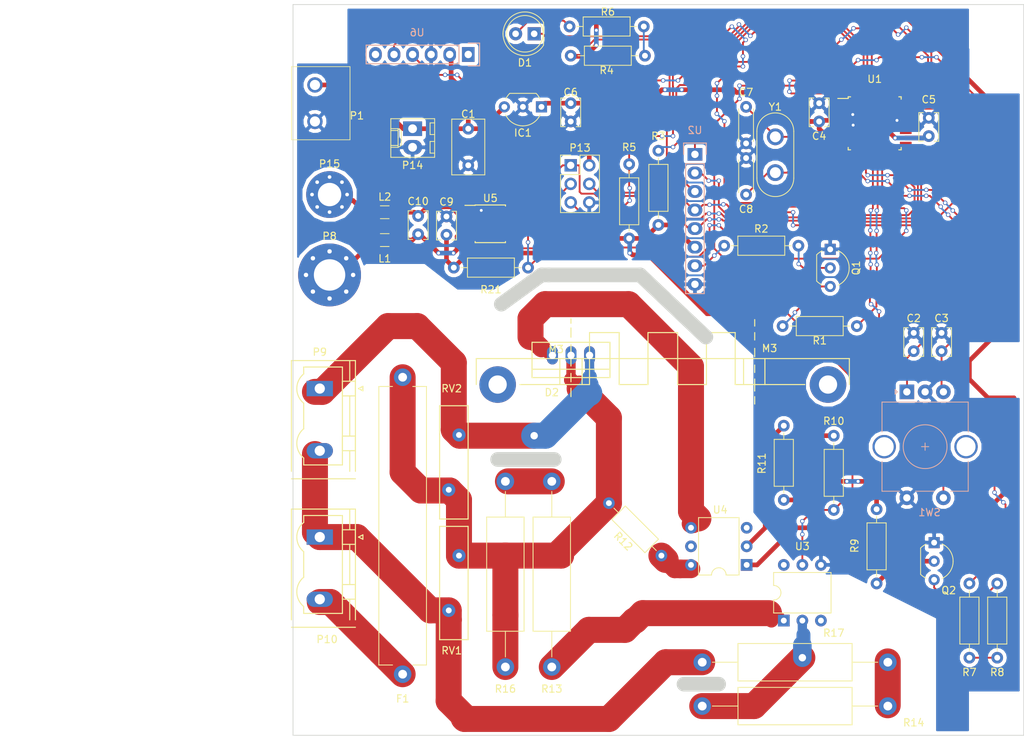
<source format=kicad_pcb>
(kicad_pcb (version 4) (host pcbnew 4.0.5)
  (layers (0 F.Cu signal) (31 B.Cu signal) (34 B.Paste user) (35 F.Paste user) (36 B.SilkS user) (37 F.SilkS user) (38 B.Mask user) (39 F.Mask user) (44 Edge.Cuts user))
  (net 0 "")
  (net 1 GND)
  (net 2 +5V)
  (net 3 "Net-(C2-Pad2)")
  (net 4 "Net-(C3-Pad2)")
  (net 5 +3V3)
  (net 6 "Net-(C7-Pad2)")
  (net 7 "Net-(C8-Pad2)")
  (net 8 "Net-(C10-Pad1)")
  (net 9 "Net-(C10-Pad2)")
  (net 10 GNDPWR)
  (net 11 "Net-(D1-Pad1)")
  (net 12 "Net-(D1-Pad2)")
  (net 13 "Net-(D2-Pad2)")
  (net 14 "Net-(D2-Pad3)")
  (net 15 "Net-(L1-Pad1)")
  (net 16 "Net-(L2-Pad1)")
  (net 17 "Net-(P13-Pad1)")
  (net 18 "Net-(P13-Pad3)")
  (net 19 "Net-(P13-Pad4)")
  (net 20 "Net-(P13-Pad5)")
  (net 21 "Net-(Q1-Pad2)")
  (net 22 "Net-(Q1-Pad3)")
  (net 23 "Net-(Q2-Pad2)")
  (net 24 "Net-(Q2-Pad3)")
  (net 25 "Net-(R1-Pad2)")
  (net 26 "Net-(P7-Pad2)")
  (net 27 "Net-(P6-Pad2)")
  (net 28 "Net-(R4-Pad1)")
  (net 29 "Net-(R7-Pad1)")
  (net 30 "Net-(R7-Pad2)")
  (net 31 "Net-(R11-Pad2)")
  (net 32 "Net-(R10-Pad2)")
  (net 33 "Net-(R11-Pad1)")
  (net 34 "Net-(R12-Pad1)")
  (net 35 "Net-(R13-Pad1)")
  (net 36 "Net-(R13-Pad2)")
  (net 37 "Net-(R14-Pad1)")
  (net 38 "Net-(R14-Pad2)")
  (net 39 "Net-(P11-Pad2)")
  (net 40 "Net-(P3-Pad2)")
  (net 41 "Net-(P7-Pad1)")
  (net 42 "Net-(P6-Pad1)")
  (net 43 "Net-(P11-Pad1)")
  (net 44 "Net-(F1-Pad1)")
  (net 45 "Net-(D2-Pad1)")
  (net 46 "Net-(U1-Pad2)")
  (net 47 "Net-(U1-Pad19)")
  (net 48 "Net-(U1-Pad20)")
  (net 49 "Net-(U1-Pad22)")
  (net 50 "Net-(U1-Pad26)")
  (net 51 "Net-(U1-Pad27)")
  (net 52 "Net-(U1-Pad28)")
  (net 53 "Net-(U3-Pad6)")
  (net 54 "Net-(U5-Pad8)")
  (net 55 "Net-(U6-Pad1)")
  (net 56 "Net-(U6-Pad6)")
  (net 57 "Net-(R21-Pad2)")
  (module Resistors_THT:R_Axial_DIN0207_L6.3mm_D2.5mm_P10.16mm_Horizontal (layer F.Cu) (at 116 62 90)
    (fp_text reference R5 (at 12.47 0 180) (layer F.SilkS))
    (fp_text value 10k)
    (pad 1 thru_hole circle (at 0 0 90) (size 1.6 1.6) (drill 0.8) (layers *.Cu *.Mask) (net 5 +3V3))
    (pad 2 thru_hole oval (at 10.16 0 90) (size 1.6 1.6) (drill 0.8) (layers *.Cu *.Mask) (net 20 "Net-(P13-Pad5)"))
  )
  (module Housings_QFP:TQFP-32_7x7mm_Pitch0.8mm (layer F.Cu) (at 149.6 46.25)
    (fp_text reference U1 (at 0 -6.05) (layer F.SilkS))
    (fp_text value ATMEGA88-20AU)
    (pad 1 smd rect (at -4.25 -2.8) (size 1.6 0.55) (layers F.Cu F.Paste F.Mask) (net 30 "Net-(R7-Pad2)"))
    (pad 2 smd rect (at -4.25 -2) (size 1.6 0.55) (layers F.Cu F.Paste F.Mask) (net 46 "Net-(U1-Pad2)"))
    (pad 3 smd rect (at -4.25 -1.2) (size 1.6 0.55) (layers F.Cu F.Paste F.Mask) (net 1 GND))
    (pad 4 smd rect (at -4.25 -0.4) (size 1.6 0.55) (layers F.Cu F.Paste F.Mask) (net 5 +3V3))
    (pad 5 smd rect (at -4.25 0.4) (size 1.6 0.55) (layers F.Cu F.Paste F.Mask) (net 1 GND))
    (pad 6 smd rect (at -4.25 1.2) (size 1.6 0.55) (layers F.Cu F.Paste F.Mask) (net 5 +3V3))
    (pad 7 smd rect (at -4.25 2) (size 1.6 0.55) (layers F.Cu F.Paste F.Mask) (net 6 "Net-(C7-Pad2)"))
    (pad 8 smd rect (at -4.25 2.8) (size 1.6 0.55) (layers F.Cu F.Paste F.Mask) (net 7 "Net-(C8-Pad2)"))
    (pad 9 smd rect (at -2.8 4.25 90) (size 1.6 0.55) (layers F.Cu F.Paste F.Mask) (net 11 "Net-(D1-Pad1)"))
    (pad 10 smd rect (at -2 4.25 90) (size 1.6 0.55) (layers F.Cu F.Paste F.Mask) (net 3 "Net-(C2-Pad2)"))
    (pad 11 smd rect (at -1.2 4.25 90) (size 1.6 0.55) (layers F.Cu F.Paste F.Mask) (net 4 "Net-(C3-Pad2)"))
    (pad 12 smd rect (at -0.4 4.25 90) (size 1.6 0.55) (layers F.Cu F.Paste F.Mask) (net 40 "Net-(P3-Pad2)"))
    (pad 13 smd rect (at 0.4 4.25 90) (size 1.6 0.55) (layers F.Cu F.Paste F.Mask) (net 25 "Net-(R1-Pad2)"))
    (pad 14 smd rect (at 1.2 4.25 90) (size 1.6 0.55) (layers F.Cu F.Paste F.Mask) (net 57 "Net-(R21-Pad2)"))
    (pad 15 smd rect (at 2 4.25 90) (size 1.6 0.55) (layers F.Cu F.Paste F.Mask) (net 19 "Net-(P13-Pad4)"))
    (pad 16 smd rect (at 2.8 4.25 90) (size 1.6 0.55) (layers F.Cu F.Paste F.Mask) (net 17 "Net-(P13-Pad1)"))
    (pad 17 smd rect (at 4.25 2.8) (size 1.6 0.55) (layers F.Cu F.Paste F.Mask) (net 18 "Net-(P13-Pad3)"))
    (pad 18 smd rect (at 4.25 2) (size 1.6 0.55) (layers F.Cu F.Paste F.Mask) (net 5 +3V3))
    (pad 19 smd rect (at 4.25 1.2) (size 1.6 0.55) (layers F.Cu F.Paste F.Mask) (net 47 "Net-(U1-Pad19)"))
    (pad 20 smd rect (at 4.25 0.4) (size 1.6 0.55) (layers F.Cu F.Paste F.Mask) (net 48 "Net-(U1-Pad20)"))
    (pad 21 smd rect (at 4.25 -0.4) (size 1.6 0.55) (layers F.Cu F.Paste F.Mask) (net 1 GND))
    (pad 22 smd rect (at 4.25 -1.2) (size 1.6 0.55) (layers F.Cu F.Paste F.Mask) (net 49 "Net-(U1-Pad22)"))
    (pad 23 smd rect (at 4.25 -2) (size 1.6 0.55) (layers F.Cu F.Paste F.Mask) (net 41 "Net-(P7-Pad1)"))
    (pad 24 smd rect (at 4.25 -2.8) (size 1.6 0.55) (layers F.Cu F.Paste F.Mask) (net 27 "Net-(P6-Pad2)"))
    (pad 25 smd rect (at 2.8 -4.25 90) (size 1.6 0.55) (layers F.Cu F.Paste F.Mask) (net 42 "Net-(P6-Pad1)"))
    (pad 26 smd rect (at 2 -4.25 90) (size 1.6 0.55) (layers F.Cu F.Paste F.Mask) (net 50 "Net-(U1-Pad26)"))
    (pad 27 smd rect (at 1.2 -4.25 90) (size 1.6 0.55) (layers F.Cu F.Paste F.Mask) (net 51 "Net-(U1-Pad27)"))
    (pad 28 smd rect (at 0.4 -4.25 90) (size 1.6 0.55) (layers F.Cu F.Paste F.Mask) (net 52 "Net-(U1-Pad28)"))
    (pad 29 smd rect (at -0.4 -4.25 90) (size 1.6 0.55) (layers F.Cu F.Paste F.Mask) (net 20 "Net-(P13-Pad5)"))
    (pad 30 smd rect (at -1.2 -4.25 90) (size 1.6 0.55) (layers F.Cu F.Paste F.Mask) (net 39 "Net-(P11-Pad2)"))
    (pad 31 smd rect (at -2 -4.25 90) (size 1.6 0.55) (layers F.Cu F.Paste F.Mask) (net 43 "Net-(P11-Pad1)"))
    (pad 32 smd rect (at -2.8 -4.25 90) (size 1.6 0.55) (layers F.Cu F.Paste F.Mask) (net 32 "Net-(R10-Pad2)"))
  )
  (module Heatsinks:Heatsink_SheetType_50x7mm_2Fixations (layer F.Cu) (at 120.606 82)
    (fp_text reference REF** hide)
    (fp_text value Heatsink_SheetType_50x7mm_2Fixations)
    (fp_text user M3 (at 14.605 -4.953) (layer F.SilkS))
    (fp_text user M3 (at -14.605 -4.826) (layer F.SilkS))
    (pad 1 thru_hole circle (at 22.606 0) (size 5.00126 5.00126) (drill 2.49936) (layers *.Cu *.Mask))
    (pad 1 thru_hole circle (at -22.606 0) (size 5.00126 5.00126) (drill 2.49936) (layers *.Cu *.Mask))
  )
  (module Resistors_THT:R_Axial_DIN0516_L15.5mm_D5.0mm_P25.40mm_Horizontal (layer F.Cu) (at 105.41 95.25 270)
    (fp_text reference R13 (at 28.4 0 360) (layer F.SilkS))
    (fp_text value 10k)
    (pad 1 thru_hole circle (at 0 0 270) (size 2.4 2.4) (drill 1.2) (layers *.Cu *.Mask) (net 35 "Net-(R13-Pad1)"))
    (pad 2 thru_hole oval (at 25.4 0 270) (size 2.4 2.4) (drill 1.2) (layers *.Cu *.Mask) (net 36 "Net-(R13-Pad2)"))
  )
  (module Pin_Headers:Pin_Header_Straight_1x08 (layer B.Cu) (at 125 50.5 180)
    (fp_text reference U2 (at 0 3.3 180) (layer B.SilkS) (effects (justify mirror)))
    (fp_text value NOKIA5110)
    (pad 1 thru_hole rect (at 0 0 180) (size 2.032 1.7272) (drill 1.016) (layers *.Cu *.Mask) (net 27 "Net-(P6-Pad2)"))
    (pad 2 thru_hole oval (at 0 -2.54 180) (size 2.032 1.7272) (drill 1.016) (layers *.Cu *.Mask) (net 41 "Net-(P7-Pad1)"))
    (pad 3 thru_hole oval (at 0 -5.08 180) (size 2.032 1.7272) (drill 1.016) (layers *.Cu *.Mask) (net 42 "Net-(P6-Pad1)"))
    (pad 4 thru_hole oval (at 0 -7.62 180) (size 2.032 1.7272) (drill 1.016) (layers *.Cu *.Mask) (net 19 "Net-(P13-Pad4)"))
    (pad 5 thru_hole oval (at 0 -10.16 180) (size 2.032 1.7272) (drill 1.016) (layers *.Cu *.Mask) (net 18 "Net-(P13-Pad3)"))
    (pad 6 thru_hole oval (at 0 -12.7 180) (size 2.032 1.7272) (drill 1.016) (layers *.Cu *.Mask) (net 5 +3V3))
    (pad 7 thru_hole oval (at 0 -15.24 180) (size 2.032 1.7272) (drill 1.016) (layers *.Cu *.Mask) (net 26 "Net-(P7-Pad2)"))
    (pad 8 thru_hole oval (at 0 -17.78 180) (size 2.032 1.7272) (drill 1.016) (layers *.Cu *.Mask) (net 1 GND))
  )
  (module Mounting_Holes:MountingHole_3.2mm_M3_ISO7380 (layer F.Cu) (at 166 32.5)
    (fp_text reference REF** hide)
    (fp_text value "" hide)
    (pad 1 np_thru_hole circle (at 0 0) (size 3.2 3.2) (drill 3.2) (layers *.Cu *.Mask))
  )
  (module Mounting_Holes:MountingHole_3.2mm_M3_ISO7380 (layer F.Cu) (at 74 126)
    (fp_text reference REF** hide)
    (fp_text value "" hide)
    (pad 1 np_thru_hole circle (at 0 0) (size 3.2 3.2) (drill 3.2) (layers *.Cu *.Mask))
  )
  (module Mounting_Holes:MountingHole_3.2mm_M3_ISO7380 (layer F.Cu) (at 166 127.5)
    (fp_text reference REF** hide)
    (fp_text value "" hide)
    (pad 1 np_thru_hole circle (at 0 0) (size 3.2 3.2) (drill 3.2) (layers *.Cu *.Mask))
  )
  (module Resistors_THT:R_Axial_DIN0207_L6.3mm_D2.5mm_P10.16mm_Horizontal (layer F.Cu) (at 144 89 270)
    (fp_text reference R10 (at -2 0 360) (layer F.SilkS))
    (fp_text value 10k)
    (pad 1 thru_hole circle (at 0 0 270) (size 1.6 1.6) (drill 0.8) (layers *.Cu *.Mask) (net 5 +3V3))
    (pad 2 thru_hole oval (at 10.16 0 270) (size 1.6 1.6) (drill 0.8) (layers *.Cu *.Mask) (net 32 "Net-(R10-Pad2)"))
  )
  (module Connectors_Phoenix:PhoenixContact_GMSTBVA-G_02x7.50mm_Vertical (layer F.Cu) (at 73.66 82.55 270)
    (fp_text reference P9 (at -5 0 360) (layer F.SilkS))
    (fp_text value CONN_OVEN)
    (pad 1 thru_hole rect (at 0 0 270) (size 2.1 3.6) (drill 1.4) (layers *.Cu *.Mask) (net 45 "Net-(D2-Pad1)"))
    (pad 2 thru_hole oval (at 8.509 0 270) (size 2.1 3.6) (drill 1.4) (layers *.Cu *.Mask) (net 10 GNDPWR))
  )
  (module Connectors_Phoenix:PhoenixContact_GMSTBVA-G_02x7.50mm_Vertical (layer F.Cu) (at 73.66 102.87 270)
    (fp_text reference P10 (at 14 -1 360) (layer F.SilkS))
    (fp_text value CONN_MAINS)
    (pad 1 thru_hole rect (at 0 0 270) (size 2.1 3.6) (drill 1.4) (layers *.Cu *.Mask) (net 10 GNDPWR))
    (pad 2 thru_hole oval (at 8.509 0 270) (size 2.1 3.6) (drill 1.4) (layers *.Cu *.Mask) (net 44 "Net-(F1-Pad1)"))
  )
  (module Rotary_Encoders:RotaryEncoder_Alps_EC11E-Switch_Vertical_H20mm_CircularMountingHoles (layer B.Cu) (at 154 83 270)
    (fp_text reference SW1 (at 16.5 -3.1 540) (layer B.SilkS) (effects (justify mirror)))
    (fp_text value Rotary_Encoder_Switch)
    (pad 5 thru_hole circle (at 14.5 -5 270) (size 2 2) (drill 1) (layers *.Cu *.Mask) (net 40 "Net-(P3-Pad2)"))
    (pad 4 thru_hole circle (at 14.5 0 270) (size 2 2) (drill 1) (layers *.Cu *.Mask) (net 1 GND))
    (pad MP thru_hole circle (at 7.5 -8.1 270) (size 3.2 3.2) (drill 2.6) (layers *.Cu *.Mask))
    (pad MP thru_hole circle (at 7.5 3.1 270) (size 3.2 3.2) (drill 2.6) (layers *.Cu *.Mask))
    (pad 3 thru_hole circle (at 0 -5 270) (size 2 2) (drill 1) (layers *.Cu *.Mask) (net 4 "Net-(C3-Pad2)"))
    (pad 2 thru_hole circle (at 0 -2.5 270) (size 2 2) (drill 1) (layers *.Cu *.Mask) (net 1 GND))
    (pad 1 thru_hole rect (at 0 0 270) (size 2 2) (drill 1) (layers *.Cu *.Mask) (net 3 "Net-(C2-Pad2)"))
  )
  (module Capacitors_THT:C_Disc_D7.5mm_W4.4mm_P5.00mm (layer F.Cu) (at 93.98 51.99 90)
    (fp_text reference C1 (at 7 0 180) (layer F.SilkS))
    (fp_text value 330nF)
    (pad 1 thru_hole circle (at 0 0 90) (size 1.6 1.6) (drill 0.8) (layers *.Cu *.Mask) (net 1 GND))
    (pad 2 thru_hole circle (at 5 0 90) (size 1.6 1.6) (drill 0.8) (layers *.Cu *.Mask) (net 2 +5V))
  )
  (module Capacitors_THT:C_Disc_D3.8mm_W2.6mm_P2.50mm (layer F.Cu) (at 154.94 74.93 270)
    (fp_text reference C2 (at -2 0 360) (layer F.SilkS))
    (fp_text value 100nF)
    (pad 1 thru_hole circle (at 0 0 270) (size 1.6 1.6) (drill 0.8) (layers *.Cu *.Mask) (net 1 GND))
    (pad 2 thru_hole circle (at 2.5 0 270) (size 1.6 1.6) (drill 0.8) (layers *.Cu *.Mask) (net 3 "Net-(C2-Pad2)"))
  )
  (module Capacitors_THT:C_Disc_D3.8mm_W2.6mm_P2.50mm (layer F.Cu) (at 158.75 74.93 270)
    (fp_text reference C3 (at -2 0 360) (layer F.SilkS))
    (fp_text value 100nF)
    (pad 1 thru_hole circle (at 0 0 270) (size 1.6 1.6) (drill 0.8) (layers *.Cu *.Mask) (net 1 GND))
    (pad 2 thru_hole circle (at 2.5 0 270) (size 1.6 1.6) (drill 0.8) (layers *.Cu *.Mask) (net 4 "Net-(C3-Pad2)"))
  )
  (module Capacitors_THT:C_Disc_D3.8mm_W2.6mm_P2.50mm (layer F.Cu) (at 142 46 90)
    (fp_text reference C4 (at -2 0 180) (layer F.SilkS))
    (fp_text value 100nF)
    (pad 1 thru_hole circle (at 0 0 90) (size 1.6 1.6) (drill 0.8) (layers *.Cu *.Mask) (net 5 +3V3))
    (pad 2 thru_hole circle (at 2.5 0 90) (size 1.6 1.6) (drill 0.8) (layers *.Cu *.Mask) (net 1 GND))
  )
  (module Capacitors_THT:C_Disc_D4.3mm_W1.9mm_P5.00mm (layer F.Cu) (at 132 49 90)
    (fp_text reference C7 (at 7 0 180) (layer F.SilkS))
    (fp_text value 24pF)
    (pad 1 thru_hole circle (at 0 0 90) (size 1.6 1.6) (drill 0.8) (layers *.Cu *.Mask) (net 1 GND))
    (pad 2 thru_hole circle (at 5 0 90) (size 1.6 1.6) (drill 0.8) (layers *.Cu *.Mask) (net 6 "Net-(C7-Pad2)"))
  )
  (module Capacitors_THT:C_Disc_D4.3mm_W1.9mm_P5.00mm (layer F.Cu) (at 132 51 270)
    (fp_text reference C8 (at 7 0 360) (layer F.SilkS))
    (fp_text value 24pF)
    (pad 1 thru_hole circle (at 0 0 270) (size 1.6 1.6) (drill 0.8) (layers *.Cu *.Mask) (net 1 GND))
    (pad 2 thru_hole circle (at 5 0 270) (size 1.6 1.6) (drill 0.8) (layers *.Cu *.Mask) (net 7 "Net-(C8-Pad2)"))
  )
  (module Capacitors_THT:C_Disc_D3.8mm_W2.6mm_P2.50mm (layer F.Cu) (at 91 59 270)
    (fp_text reference C9 (at -2 0 360) (layer F.SilkS))
    (fp_text value 100nF)
    (pad 1 thru_hole circle (at 0 0 270) (size 1.6 1.6) (drill 0.8) (layers *.Cu *.Mask) (net 1 GND))
    (pad 2 thru_hole circle (at 2.5 0 270) (size 1.6 1.6) (drill 0.8) (layers *.Cu *.Mask) (net 5 +3V3))
  )
  (module Capacitors_THT:C_Disc_D3.8mm_W2.6mm_P2.50mm (layer F.Cu) (at 87.122 58.928 270)
    (fp_text reference C10 (at -2 0 360) (layer F.SilkS))
    (fp_text value 10nF)
    (pad 1 thru_hole circle (at 0 0 270) (size 1.6 1.6) (drill 0.8) (layers *.Cu *.Mask) (net 8 "Net-(C10-Pad1)"))
    (pad 2 thru_hole circle (at 2.5 0 270) (size 1.6 1.6) (drill 0.8) (layers *.Cu *.Mask) (net 9 "Net-(C10-Pad2)"))
  )
  (module LEDs:LED_D5.0mm (layer F.Cu) (at 103 34 180)
    (fp_text reference D1 (at 1.27 -3.96 180) (layer F.SilkS))
    (fp_text value LINK)
    (pad 1 thru_hole rect (at 0 0 180) (size 1.8 1.8) (drill 0.9) (layers *.Cu *.Mask) (net 11 "Net-(D1-Pad1)"))
    (pad 2 thru_hole circle (at 2.54 0 180) (size 1.8 1.8) (drill 0.9) (layers *.Cu *.Mask) (net 12 "Net-(D1-Pad2)"))
  )
  (module Resistors_THT:R_Axial_Power_L38.0mm_W6.4mm_P40.64mm (layer F.Cu) (at 85 121.64 90)
    (fp_text reference F1 (at -3.36 0 180) (layer F.SilkS))
    (fp_text value Fuse)
    (pad 1 thru_hole circle (at 0 0 90) (size 2.4 2.4) (drill 1.2) (layers *.Cu *.Mask) (net 44 "Net-(F1-Pad1)"))
    (pad 2 thru_hole oval (at 40.64 0 90) (size 2.4 2.4) (drill 1.2) (layers *.Cu *.Mask) (net 13 "Net-(D2-Pad2)"))
  )
  (module TO_SOT_Packages_THT:TO-92_Inline_Wide (layer F.Cu) (at 104 44 180)
    (fp_text reference IC1 (at 2.54 -3.556 360) (layer F.SilkS))
    (fp_text value L78L33ACZ)
    (pad 2 thru_hole circle (at 2.54 0 270) (size 1.524 1.524) (drill 0.8) (layers *.Cu *.Mask) (net 1 GND))
    (pad 3 thru_hole circle (at 5.08 0 270) (size 1.524 1.524) (drill 0.8) (layers *.Cu *.Mask) (net 2 +5V))
    (pad 1 thru_hole rect (at 0 0 270) (size 1.524 1.524) (drill 0.8) (layers *.Cu *.Mask) (net 5 +3V3))
  )
  (module Inductors_SMD:L_0805_HandSoldering (layer F.Cu) (at 82.55 62.23)
    (fp_text reference L1 (at 0 2.54) (layer F.SilkS))
    (fp_text value bead)
    (pad 1 smd rect (at -1.35 0) (size 1.5 1.3) (layers F.Cu F.Paste F.Mask) (net 15 "Net-(L1-Pad1)"))
    (pad 2 smd rect (at 1.35 0) (size 1.5 1.3) (layers F.Cu F.Paste F.Mask) (net 9 "Net-(C10-Pad2)"))
  )
  (module Inductors_SMD:L_0805_HandSoldering (layer F.Cu) (at 82.55 58.42)
    (fp_text reference L2 (at 0 -2.1) (layer F.SilkS))
    (fp_text value bead)
    (pad 1 smd rect (at -1.35 0) (size 1.5 1.3) (layers F.Cu F.Paste F.Mask) (net 16 "Net-(L2-Pad1)"))
    (pad 2 smd rect (at 1.35 0) (size 1.5 1.3) (layers F.Cu F.Paste F.Mask) (net 8 "Net-(C10-Pad1)"))
  )
  (module screw_terminal:em367502v (layer F.Cu) (at 73 46 90)
    (fp_text reference P1 (at 0.788 5.74 180) (layer F.SilkS))
    (fp_text value CONN_5V)
    (pad 1 thru_hole circle (at 0 0 90) (size 2.1 2.1) (drill 1.4) (layers *.Cu *.Mask) (net 1 GND))
    (pad 2 thru_hole circle (at 5 0 90) (size 2.1 2.1) (drill 1.4) (layers *.Cu *.Mask) (net 2 +5V))
  )
  (module Mounting_Holes:MountingHole_4.3mm_M4_Pad_Via (layer F.Cu) (at 75 67)
    (fp_text reference P8 (at 0 -5.3) (layer F.SilkS))
    (fp_text value CONN_TH_COUP_A)
    (pad 1 thru_hole circle (at 0 0) (size 8.6 8.6) (drill 4.3) (layers *.Cu *.Mask) (net 15 "Net-(L1-Pad1)"))
    (pad "" thru_hole circle (at 3.225 0) (size 0.7 0.7) (drill 0.6) (layers *.Cu *.Mask))
    (pad "" thru_hole circle (at 2.280419 2.280419) (size 0.7 0.7) (drill 0.6) (layers *.Cu *.Mask))
    (pad "" thru_hole circle (at 0 3.225) (size 0.7 0.7) (drill 0.6) (layers *.Cu *.Mask))
    (pad "" thru_hole circle (at -2.280419 2.280419) (size 0.7 0.7) (drill 0.6) (layers *.Cu *.Mask))
    (pad "" thru_hole circle (at -3.225 0) (size 0.7 0.7) (drill 0.6) (layers *.Cu *.Mask))
    (pad "" thru_hole circle (at -2.280419 -2.280419) (size 0.7 0.7) (drill 0.6) (layers *.Cu *.Mask))
    (pad "" thru_hole circle (at 0 -3.225) (size 0.7 0.7) (drill 0.6) (layers *.Cu *.Mask))
    (pad "" thru_hole circle (at 2.280419 -2.280419) (size 0.7 0.7) (drill 0.6) (layers *.Cu *.Mask))
  )
  (module Pin_Headers:Pin_Header_Straight_2x03_Pitch2.54mm (layer F.Cu) (at 108 52)
    (fp_text reference P13 (at 1.27 -2.39) (layer F.SilkS))
    (fp_text value CONN_ISP)
    (pad 1 thru_hole rect (at 0 0) (size 1.7 1.7) (drill 1) (layers *.Cu *.Mask) (net 17 "Net-(P13-Pad1)"))
    (pad 2 thru_hole oval (at 2.54 0) (size 1.7 1.7) (drill 1) (layers *.Cu *.Mask) (net 5 +3V3))
    (pad 3 thru_hole oval (at 0 2.54) (size 1.7 1.7) (drill 1) (layers *.Cu *.Mask) (net 18 "Net-(P13-Pad3)"))
    (pad 4 thru_hole oval (at 2.54 2.54) (size 1.7 1.7) (drill 1) (layers *.Cu *.Mask) (net 19 "Net-(P13-Pad4)"))
    (pad 5 thru_hole oval (at 0 5.08) (size 1.7 1.7) (drill 1) (layers *.Cu *.Mask) (net 20 "Net-(P13-Pad5)"))
    (pad 6 thru_hole oval (at 2.54 5.08) (size 1.7 1.7) (drill 1) (layers *.Cu *.Mask) (net 1 GND))
  )
  (module Connectors_Molex:Molex_KK-6410-02_02x2.54mm_Straight (layer F.Cu) (at 86.36 46.99 270)
    (fp_text reference P14 (at 5 0 360) (layer F.SilkS))
    (fp_text value CONN_FAN)
    (pad 1 thru_hole rect (at 0 0 270) (size 2 2.6) (drill 1.2) (layers *.Cu *.Mask) (net 2 +5V))
    (pad 2 thru_hole oval (at 2.54 0 270) (size 2 2.6) (drill 1.2) (layers *.Cu *.Mask) (net 1 GND))
  )
  (module Mounting_Holes:MountingHole_3.2mm_M3_Pad_Via (layer F.Cu) (at 75 56)
    (fp_text reference P15 (at 0 -4.2) (layer F.SilkS))
    (fp_text value CONN_TH_COUP_B)
    (pad 1 thru_hole circle (at 0 0) (size 6.4 6.4) (drill 3.2) (layers *.Cu *.Mask) (net 16 "Net-(L2-Pad1)"))
    (pad "" thru_hole circle (at 2.4 0) (size 0.6 0.6) (drill 0.5) (layers *.Cu *.Mask))
    (pad "" thru_hole circle (at 1.697056 1.697056) (size 0.6 0.6) (drill 0.5) (layers *.Cu *.Mask))
    (pad "" thru_hole circle (at 0 2.4) (size 0.6 0.6) (drill 0.5) (layers *.Cu *.Mask))
    (pad "" thru_hole circle (at -1.697056 1.697056) (size 0.6 0.6) (drill 0.5) (layers *.Cu *.Mask))
    (pad "" thru_hole circle (at -2.4 0) (size 0.6 0.6) (drill 0.5) (layers *.Cu *.Mask))
    (pad "" thru_hole circle (at -1.697056 -1.697056) (size 0.6 0.6) (drill 0.5) (layers *.Cu *.Mask))
    (pad "" thru_hole circle (at 0 -2.4) (size 0.6 0.6) (drill 0.5) (layers *.Cu *.Mask))
    (pad "" thru_hole circle (at 1.697056 -1.697056) (size 0.6 0.6) (drill 0.5) (layers *.Cu *.Mask))
  )
  (module TO_SOT_Packages_THT:TO-92_Inline_Wide (layer F.Cu) (at 143.51 63.5 270)
    (fp_text reference Q1 (at 2.54 -3.556 450) (layer F.SilkS))
    (fp_text value C945)
    (pad 2 thru_hole circle (at 2.54 0) (size 1.524 1.524) (drill 0.8) (layers *.Cu *.Mask) (net 21 "Net-(Q1-Pad2)"))
    (pad 3 thru_hole circle (at 5.08 0) (size 1.524 1.524) (drill 0.8) (layers *.Cu *.Mask) (net 22 "Net-(Q1-Pad3)"))
    (pad 1 thru_hole rect (at 0 0) (size 1.524 1.524) (drill 0.8) (layers *.Cu *.Mask) (net 1 GND))
  )
  (module TO_SOT_Packages_THT:TO-92_Inline_Wide (layer F.Cu) (at 157.734 103.632 270)
    (fp_text reference Q2 (at 6.54 -2 540) (layer F.SilkS))
    (fp_text value C1815)
    (pad 2 thru_hole circle (at 2.54 0) (size 1.524 1.524) (drill 0.8) (layers *.Cu *.Mask) (net 23 "Net-(Q2-Pad2)"))
    (pad 3 thru_hole circle (at 5.08 0) (size 1.524 1.524) (drill 0.8) (layers *.Cu *.Mask) (net 24 "Net-(Q2-Pad3)"))
    (pad 1 thru_hole rect (at 0 0) (size 1.524 1.524) (drill 0.8) (layers *.Cu *.Mask) (net 1 GND))
  )
  (module Resistors_THT:R_Axial_DIN0207_L6.3mm_D2.5mm_P10.16mm_Horizontal (layer F.Cu) (at 137 74)
    (fp_text reference R1 (at 5.08 2) (layer F.SilkS))
    (fp_text value "2k1 (1mA)")
    (pad 1 thru_hole circle (at 0 0) (size 1.6 1.6) (drill 0.8) (layers *.Cu *.Mask) (net 22 "Net-(Q1-Pad3)"))
    (pad 2 thru_hole oval (at 10.16 0) (size 1.6 1.6) (drill 0.8) (layers *.Cu *.Mask) (net 25 "Net-(R1-Pad2)"))
  )
  (module Resistors_THT:R_Axial_DIN0207_L6.3mm_D2.5mm_P10.16mm_Horizontal (layer F.Cu) (at 129 63)
    (fp_text reference R2 (at 5.08 -2.31) (layer F.SilkS))
    (fp_text value "300 (10mA)")
    (pad 1 thru_hole circle (at 0 0) (size 1.6 1.6) (drill 0.8) (layers *.Cu *.Mask) (net 26 "Net-(P7-Pad2)"))
    (pad 2 thru_hole oval (at 10.16 0) (size 1.6 1.6) (drill 0.8) (layers *.Cu *.Mask) (net 21 "Net-(Q1-Pad2)"))
  )
  (module Resistors_THT:R_Axial_DIN0207_L6.3mm_D2.5mm_P10.16mm_Horizontal (layer F.Cu) (at 120 50 270)
    (fp_text reference R3 (at -2 0 360) (layer F.SilkS))
    (fp_text value 10k)
    (pad 1 thru_hole circle (at 0 0 270) (size 1.6 1.6) (drill 0.8) (layers *.Cu *.Mask) (net 27 "Net-(P6-Pad2)"))
    (pad 2 thru_hole oval (at 10.16 0 270) (size 1.6 1.6) (drill 0.8) (layers *.Cu *.Mask) (net 5 +3V3))
  )
  (module Resistors_THT:R_Axial_DIN0207_L6.3mm_D2.5mm_P10.16mm_Horizontal (layer F.Cu) (at 118 33 180)
    (fp_text reference R4 (at 5.08 -6 180) (layer F.SilkS))
    (fp_text value 1k)
    (pad 1 thru_hole circle (at 0 0 180) (size 1.6 1.6) (drill 0.8) (layers *.Cu *.Mask) (net 28 "Net-(R4-Pad1)"))
    (pad 2 thru_hole oval (at 10.16 0 180) (size 1.6 1.6) (drill 0.8) (layers *.Cu *.Mask) (net 12 "Net-(D1-Pad2)"))
  )
  (module Resistors_THT:R_Axial_DIN0207_L6.3mm_D2.5mm_P10.16mm_Horizontal (layer F.Cu) (at 108 37)
    (fp_text reference R6 (at 5.08 -6) (layer F.SilkS))
    (fp_text value 1k)
    (pad 1 thru_hole circle (at 0 0) (size 1.6 1.6) (drill 0.8) (layers *.Cu *.Mask) (net 2 +5V))
    (pad 2 thru_hole oval (at 10.16 0) (size 1.6 1.6) (drill 0.8) (layers *.Cu *.Mask) (net 28 "Net-(R4-Pad1)"))
  )
  (module Resistors_THT:R_Axial_DIN0207_L6.3mm_D2.5mm_P10.16mm_Horizontal (layer F.Cu) (at 162.56 119.38 90)
    (fp_text reference R7 (at -2 0 180) (layer F.SilkS))
    (fp_text value 300)
    (pad 1 thru_hole circle (at 0 0 90) (size 1.6 1.6) (drill 0.8) (layers *.Cu *.Mask) (net 29 "Net-(R7-Pad1)"))
    (pad 2 thru_hole oval (at 10.16 0 90) (size 1.6 1.6) (drill 0.8) (layers *.Cu *.Mask) (net 30 "Net-(R7-Pad2)"))
  )
  (module Resistors_THT:R_Axial_DIN0207_L6.3mm_D2.5mm_P10.16mm_Horizontal (layer F.Cu) (at 166.37 109.22 270)
    (fp_text reference R8 (at 12.16 0 360) (layer F.SilkS))
    (fp_text value 300)
    (pad 1 thru_hole circle (at 0 0 270) (size 1.6 1.6) (drill 0.8) (layers *.Cu *.Mask) (net 24 "Net-(Q2-Pad3)"))
    (pad 2 thru_hole oval (at 10.16 0 270) (size 1.6 1.6) (drill 0.8) (layers *.Cu *.Mask) (net 29 "Net-(R7-Pad1)"))
  )
  (module Resistors_THT:R_Axial_DIN0207_L6.3mm_D2.5mm_P10.16mm_Horizontal (layer F.Cu) (at 149.86 99.06 270)
    (fp_text reference R9 (at 5 3 270) (layer F.SilkS))
    (fp_text value "47 (40mA)")
    (pad 1 thru_hole circle (at 0 0 270) (size 1.6 1.6) (drill 0.8) (layers *.Cu *.Mask) (net 31 "Net-(R11-Pad2)"))
    (pad 2 thru_hole oval (at 10.16 0 270) (size 1.6 1.6) (drill 0.8) (layers *.Cu *.Mask) (net 23 "Net-(Q2-Pad2)"))
  )
  (module Resistors_THT:R_Axial_DIN0207_L6.3mm_D2.5mm_P10.16mm_Horizontal (layer F.Cu) (at 137.16 87.63 270)
    (fp_text reference R11 (at 5.16 3 270) (layer F.SilkS))
    (fp_text value "47 (40mA)")
    (pad 1 thru_hole circle (at 0 0 270) (size 1.6 1.6) (drill 0.8) (layers *.Cu *.Mask) (net 33 "Net-(R11-Pad1)"))
    (pad 2 thru_hole oval (at 10.16 0 270) (size 1.6 1.6) (drill 0.8) (layers *.Cu *.Mask) (net 31 "Net-(R11-Pad2)"))
  )
  (module Resistors_THT:R_Axial_DIN0516_L15.5mm_D5.0mm_P25.40mm_Horizontal (layer F.Cu) (at 151.4 126 180)
    (fp_text reference R14 (at -3.54 -2.27 180) (layer F.SilkS))
    (fp_text value 10k)
    (pad 1 thru_hole circle (at 0 0 180) (size 2.4 2.4) (drill 1.2) (layers *.Cu *.Mask) (net 37 "Net-(R14-Pad1)"))
    (pad 2 thru_hole oval (at 25.4 0 180) (size 2.4 2.4) (drill 1.2) (layers *.Cu *.Mask) (net 38 "Net-(R14-Pad2)"))
  )
  (module Resistors_THT:R_Axial_DIN0516_L15.5mm_D5.0mm_P25.40mm_Horizontal (layer F.Cu) (at 99.06 120.65 90)
    (fp_text reference R16 (at -3 0 180) (layer F.SilkS))
    (fp_text value 10k)
    (pad 1 thru_hole circle (at 0 0 90) (size 2.4 2.4) (drill 1.2) (layers *.Cu *.Mask) (net 13 "Net-(D2-Pad2)"))
    (pad 2 thru_hole oval (at 25.4 0 90) (size 2.4 2.4) (drill 1.2) (layers *.Cu *.Mask) (net 35 "Net-(R13-Pad1)"))
  )
  (module Resistors_THT:R_Axial_DIN0516_L15.5mm_D5.0mm_P25.40mm_Horizontal (layer F.Cu) (at 126 120)
    (fp_text reference R17 (at 18 -4) (layer F.SilkS))
    (fp_text value 10k)
    (pad 1 thru_hole circle (at 0 0) (size 2.4 2.4) (drill 1.2) (layers *.Cu *.Mask) (net 10 GNDPWR))
    (pad 2 thru_hole oval (at 25.4 0) (size 2.4 2.4) (drill 1.2) (layers *.Cu *.Mask) (net 37 "Net-(R14-Pad1)"))
  )
  (module Resistors_THT:R_Axial_DIN0207_L6.3mm_D2.5mm_P10.16mm_Horizontal (layer F.Cu) (at 92 66)
    (fp_text reference R21 (at 5.08 3) (layer F.SilkS))
    (fp_text value 10k)
    (pad 1 thru_hole circle (at 0 0) (size 1.6 1.6) (drill 0.8) (layers *.Cu *.Mask) (net 5 +3V3))
    (pad 2 thru_hole oval (at 10.16 0) (size 1.6 1.6) (drill 0.8) (layers *.Cu *.Mask) (net 57 "Net-(R21-Pad2)"))
  )
  (module Varistors:RV_Disc_D15.5_W3.9_P7.5 (layer F.Cu) (at 92.71 105.41 270)
    (fp_text reference RV1 (at 13 1 360) (layer F.SilkS))
    (fp_text value Varistor)
    (pad 1 thru_hole circle (at 0 0 270) (size 1.8 1.8) (drill 0.8) (layers *.Cu *.Mask) (net 13 "Net-(D2-Pad2)"))
    (pad 2 thru_hole circle (at 7.5 1.4 270) (size 1.8 1.8) (drill 0.8) (layers *.Cu *.Mask) (net 10 GNDPWR))
  )
  (module Varistors:RV_Disc_D15.5_W3.9_P7.5 (layer F.Cu) (at 91.31 96.4 90)
    (fp_text reference RV2 (at 13.85 0.4 180) (layer F.SilkS))
    (fp_text value Varistor)
    (pad 1 thru_hole circle (at 0 0 90) (size 1.8 1.8) (drill 0.8) (layers *.Cu *.Mask) (net 13 "Net-(D2-Pad2)"))
    (pad 2 thru_hole circle (at 7.5 1.4 90) (size 1.8 1.8) (drill 0.8) (layers *.Cu *.Mask) (net 45 "Net-(D2-Pad1)"))
  )
  (module Housings_DIP:DIP-6_W7.62mm (layer F.Cu) (at 137.16 114.3 90)
    (fp_text reference U3 (at 10.16 2.54 180) (layer F.SilkS))
    (fp_text value OPTO-TRANSISTOR)
    (pad 1 thru_hole rect (at 0 0 90) (size 1.6 1.6) (drill 0.8) (layers *.Cu *.Mask) (net 36 "Net-(R13-Pad2)"))
    (pad 4 thru_hole oval (at 7.62 5.08 90) (size 1.6 1.6) (drill 0.8) (layers *.Cu *.Mask) (net 1 GND))
    (pad 2 thru_hole oval (at 0 2.54 90) (size 1.6 1.6) (drill 0.8) (layers *.Cu *.Mask) (net 38 "Net-(R14-Pad2)"))
    (pad 5 thru_hole oval (at 7.62 2.54 90) (size 1.6 1.6) (drill 0.8) (layers *.Cu *.Mask) (net 32 "Net-(R10-Pad2)"))
    (pad 3 thru_hole oval (at 0 5.08 90) (size 1.6 1.6) (drill 0.8) (layers *.Cu *.Mask))
    (pad 6 thru_hole oval (at 7.62 0 90) (size 1.6 1.6) (drill 0.8) (layers *.Cu *.Mask) (net 53 "Net-(U3-Pad6)"))
  )
  (module Housings_DIP:DIP-6_W7.62mm (layer F.Cu) (at 132.08 106.68 180)
    (fp_text reference U4 (at 3.62 7.54 180) (layer F.SilkS))
    (fp_text value MOC3020M)
    (pad 1 thru_hole rect (at 0 0 180) (size 1.6 1.6) (drill 0.8) (layers *.Cu *.Mask) (net 2 +5V))
    (pad 4 thru_hole oval (at 7.62 5.08 180) (size 1.6 1.6) (drill 0.8) (layers *.Cu *.Mask) (net 14 "Net-(D2-Pad3)"))
    (pad 2 thru_hole oval (at 0 2.54 180) (size 1.6 1.6) (drill 0.8) (layers *.Cu *.Mask) (net 33 "Net-(R11-Pad1)"))
    (pad 5 thru_hole oval (at 7.62 2.54 180) (size 1.6 1.6) (drill 0.8) (layers *.Cu *.Mask))
    (pad 3 thru_hole oval (at 0 5.08 180) (size 1.6 1.6) (drill 0.8) (layers *.Cu *.Mask))
    (pad 6 thru_hole oval (at 7.62 0 180) (size 1.6 1.6) (drill 0.8) (layers *.Cu *.Mask) (net 34 "Net-(R12-Pad1)"))
  )
  (module Housings_SOIC:SOIC-8_3.9x4.9mm_Pitch1.27mm (layer F.Cu) (at 97 60)
    (fp_text reference U5 (at 0 -3.5) (layer F.SilkS))
    (fp_text value MAX31855KASA)
    (pad 1 smd rect (at -2.7 -1.905) (size 1.55 0.6) (layers F.Cu F.Paste F.Mask) (net 1 GND))
    (pad 2 smd rect (at -2.7 -0.635) (size 1.55 0.6) (layers F.Cu F.Paste F.Mask) (net 8 "Net-(C10-Pad1)"))
    (pad 3 smd rect (at -2.7 0.635) (size 1.55 0.6) (layers F.Cu F.Paste F.Mask) (net 9 "Net-(C10-Pad2)"))
    (pad 4 smd rect (at -2.7 1.905) (size 1.55 0.6) (layers F.Cu F.Paste F.Mask) (net 5 +3V3))
    (pad 5 smd rect (at 2.7 1.905) (size 1.55 0.6) (layers F.Cu F.Paste F.Mask) (net 18 "Net-(P13-Pad3)"))
    (pad 6 smd rect (at 2.7 0.635) (size 1.55 0.6) (layers F.Cu F.Paste F.Mask) (net 57 "Net-(R21-Pad2)"))
    (pad 7 smd rect (at 2.7 -0.635) (size 1.55 0.6) (layers F.Cu F.Paste F.Mask) (net 17 "Net-(P13-Pad1)"))
    (pad 8 smd rect (at 2.7 -1.905) (size 1.55 0.6) (layers F.Cu F.Paste F.Mask) (net 54 "Net-(U5-Pad8)"))
  )
  (module Pin_Headers:Pin_Header_Straight_1x06 (layer B.Cu) (at 93.98 36.83 90)
    (fp_text reference U6 (at 3 -7 360) (layer B.SilkS) (effects (justify mirror)))
    (fp_text value HC-05-6pin-header)
    (pad 1 thru_hole rect (at 0 0 90) (size 2.032 1.7272) (drill 1.016) (layers *.Cu *.Mask) (net 55 "Net-(U6-Pad1)"))
    (pad 2 thru_hole oval (at 0 -2.54 90) (size 2.032 1.7272) (drill 1.016) (layers *.Cu *.Mask) (net 2 +5V))
    (pad 3 thru_hole oval (at 0 -5.08 90) (size 2.032 1.7272) (drill 1.016) (layers *.Cu *.Mask) (net 1 GND))
    (pad 4 thru_hole oval (at 0 -7.62 90) (size 2.032 1.7272) (drill 1.016) (layers *.Cu *.Mask) (net 39 "Net-(P11-Pad2)"))
    (pad 5 thru_hole oval (at 0 -10.16 90) (size 2.032 1.7272) (drill 1.016) (layers *.Cu *.Mask) (net 43 "Net-(P11-Pad1)"))
    (pad 6 thru_hole oval (at 0 -12.7 90) (size 2.032 1.7272) (drill 1.016) (layers *.Cu *.Mask) (net 56 "Net-(U6-Pad6)"))
  )
  (module Crystals:Crystal_HC50_Vertical (layer F.Cu) (at 136 48.1 270)
    (fp_text reference Y1 (at -4.1 0 360) (layer F.SilkS))
    (fp_text value Crystal)
    (pad 1 thru_hole circle (at 0 0 270) (size 2.3 2.3) (drill 1.5) (layers *.Cu *.Mask) (net 6 "Net-(C7-Pad2)"))
    (pad 2 thru_hole circle (at 4.9 0 270) (size 2.3 2.3) (drill 1.5) (layers *.Cu *.Mask) (net 7 "Net-(C8-Pad2)"))
  )
  (module Capacitors_THT:C_Disc_D3.8mm_W2.6mm_P2.50mm (layer F.Cu) (at 108 46 90)
    (fp_text reference C6 (at 4 0 180) (layer F.SilkS))
    (fp_text value 100nF)
    (pad 1 thru_hole circle (at 0 0 90) (size 1.6 1.6) (drill 0.8) (layers *.Cu *.Mask) (net 1 GND))
    (pad 2 thru_hole circle (at 2.5 0 90) (size 1.6 1.6) (drill 0.8) (layers *.Cu *.Mask) (net 5 +3V3))
  )
  (module Capacitors_THT:C_Disc_D3.8mm_W2.6mm_P2.50mm (layer F.Cu) (at 157 48 90)
    (fp_text reference C5 (at 5 0 180) (layer F.SilkS))
    (fp_text value 100nF)
    (pad 1 thru_hole circle (at 0 0 90) (size 1.6 1.6) (drill 0.8) (layers *.Cu *.Mask) (net 5 +3V3))
    (pad 2 thru_hole circle (at 2.5 0 90) (size 1.6 1.6) (drill 0.8) (layers *.Cu *.Mask) (net 1 GND))
  )
  (module Mounting_Holes:MountingHole_3.2mm_M3_ISO7380 (layer F.Cu) (at 74 34)
    (fp_text reference REF** hide)
    (fp_text value "" hide)
    (pad 1 np_thru_hole circle (at 0 0) (size 3.2 3.2) (drill 3.2) (layers *.Cu *.Mask))
  )
  (module Mounting_Holes:MountingHole_2.5mm (layer F.Cu) (at 166 39)
    (fp_text reference REF** hide)
    (fp_text value MountingHole_2.5mm)
    (pad 1 np_thru_hole circle (at 0 0) (size 2.5 2.5) (drill 2.5) (layers *.Cu *.Mask))
  )
  (module Mounting_Holes:MountingHole_2.5mm (layer F.Cu) (at 166 80)
    (fp_text reference REF** hide)
    (fp_text value MountingHole_2.5mm)
    (pad 1 np_thru_hole circle (at 0 0) (size 2.5 2.5) (drill 2.5) (layers *.Cu *.Mask))
  )
  (module Resistors_THT:R_Axial_DIN0207_L6.3mm_D2.5mm_P10.16mm_Horizontal (layer F.Cu) (at 120.41 105.41 135)
    (fp_text reference R12 (at 5.08 -2.31 135) (layer F.SilkS))
    (fp_text value 360)
    (pad 1 thru_hole circle (at 0 0 135) (size 1.6 1.6) (drill 0.8) (layers *.Cu *.Mask) (net 34 "Net-(R12-Pad1)"))
    (pad 2 thru_hole oval (at 10.16 0 135) (size 1.6 1.6) (drill 0.8) (layers *.Cu *.Mask) (net 13 "Net-(D2-Pad2)"))
  )
  (module TO_SOT_Packages_THT:TO-220_Neutral123_Vertical (layer F.Cu) (at 108.04 78 180)
    (fp_text reference D2 (at 2.63 -5.08 180) (layer F.SilkS))
    (fp_text value TRIAC)
    (pad 2 thru_hole oval (at 0 0 270) (size 2.49936 1.50114) (drill 1.00076) (layers *.Cu *.Mask) (net 13 "Net-(D2-Pad2)"))
    (pad 1 thru_hole oval (at -2.54 0 270) (size 2.49936 1.50114) (drill 1.00076) (layers *.Cu *.Mask) (net 45 "Net-(D2-Pad1)"))
    (pad 3 thru_hole oval (at 2.54 0 270) (size 2.49936 1.50114) (drill 1.00076) (layers *.Cu *.Mask) (net 14 "Net-(D2-Pad3)"))
  )
  (gr_line (start 128.25 123) (end 123.5 123) (layer Edge.Cuts) (width 2))
  (gr_line (start 105.75 92.25) (end 98 92.25) (layer Edge.Cuts) (width 2))
  (gr_line (start 104 67) (end 98.5 71) (layer Edge.Cuts) (width 2))
  (gr_line (start 105 67) (end 104 67) (layer Edge.Cuts) (width 2))
  (gr_line (start 117.5 67) (end 105 67) (layer Edge.Cuts) (width 2))
  (gr_line (start 126.5 75.5) (end 117.5 67) (layer Edge.Cuts) (width 2))
  (gr_line (start 170 130) (end 170 30) (layer Edge.Cuts) (width 0.1))
  (gr_line (start 70 130) (end 170 130) (layer Edge.Cuts) (width 0.1))
  (gr_line (start 70 30) (end 70 130) (layer Edge.Cuts) (width 0.1))
  (gr_line (start 170 30) (end 70 30) (layer Edge.Cuts) (width 0.1))
  (segment (start 122.936 51.816) (end 126.746 51.816) (width 0.25) (layer B.Cu) (net 1))
  (segment (start 122.936 54.356) (end 122.936 51.816) (width 0.25) (layer B.Cu) (net 1))
  (segment (start 125.984 54.356) (end 122.936 54.356) (width 0.25) (layer B.Cu) (net 1))
  (segment (start 126.746 55.118) (end 125.984 54.356) (width 0.25) (layer B.Cu) (net 1))
  (segment (start 126.746 55.626) (end 126.746 55.118) (width 0.25) (layer B.Cu) (net 1))
  (segment (start 127 55.88) (end 126.746 55.626) (width 0.25) (layer B.Cu) (net 1))
  (segment (start 126.238 56.642) (end 127 55.88) (width 0.25) (layer B.Cu) (net 1))
  (segment (start 126.238 56.896) (end 126.238 56.642) (width 0.25) (layer B.Cu) (net 1))
  (segment (start 123.19 56.896) (end 126.238 56.896) (width 0.25) (layer B.Cu) (net 1))
  (segment (start 123.19 58.092127) (end 123.19 56.896) (width 0.25) (layer B.Cu) (net 1))
  (segment (start 123.19 58.674) (end 123.19 58.092127) (width 0.25) (layer B.Cu) (net 1))
  (segment (start 123.82781 59.31181) (end 123.19 58.674) (width 0.25) (layer B.Cu) (net 1))
  (segment (start 126.238 59.436) (end 126.11381 59.31181) (width 0.25) (layer B.Cu) (net 1))
  (segment (start 126.11381 59.31181) (end 123.82781 59.31181) (width 0.25) (layer B.Cu) (net 1))
  (segment (start 122.682 59.436) (end 126.238 59.436) (width 0.25) (layer B.Cu) (net 1))
  (segment (start 122.682 61.976) (end 122.682 59.436) (width 0.25) (layer B.Cu) (net 1))
  (segment (start 127 61.976) (end 122.682 61.976) (width 0.25) (layer B.Cu) (net 1))
  (segment (start 127 64.008) (end 127 61.976) (width 0.25) (layer B.Cu) (net 1))
  (segment (start 126.492 64.516) (end 127 64.008) (width 0.25) (layer B.Cu) (net 1))
  (segment (start 123.19 64.516) (end 126.492 64.516) (width 0.25) (layer B.Cu) (net 1))
  (segment (start 122.936 64.77) (end 123.19 64.516) (width 0.25) (layer B.Cu) (net 1))
  (segment (start 122.936 67.056) (end 122.936 64.77) (width 0.25) (layer B.Cu) (net 1))
  (segment (start 127.254 67.056) (end 122.936 67.056) (width 0.25) (layer B.Cu) (net 1))
  (segment (start 127.254 69.85) (end 127.254 67.056) (width 0.25) (layer B.Cu) (net 1))
  (segment (start 127 70.104) (end 127.254 69.85) (width 0.25) (layer B.Cu) (net 1))
  (segment (start 125.032 70.104) (end 127 70.104) (width 0.25) (layer B.Cu) (net 1))
  (segment (start 125 70.072) (end 125.032 70.104) (width 0.25) (layer B.Cu) (net 1))
  (segment (start 125 68.28) (end 125 70.072) (width 0.25) (layer B.Cu) (net 1))
  (segment (start 144.9 67.3) (end 145.05 67.15) (width 0.25) (layer B.Cu) (net 1))
  (segment (start 142 67.3) (end 144.9 67.3) (width 0.25) (layer B.Cu) (net 1))
  (segment (start 142 64.85) (end 142 67.3) (width 0.25) (layer B.Cu) (net 1))
  (segment (start 145 64.85) (end 142 64.85) (width 0.25) (layer B.Cu) (net 1))
  (segment (start 145.05 64.8) (end 145 64.85) (width 0.25) (layer B.Cu) (net 1))
  (segment (start 145.25 64.6) (end 145.05 64.8) (width 0.25) (layer B.Cu) (net 1))
  (segment (start 145.25 63.65) (end 145.25 64.6) (width 0.25) (layer B.Cu) (net 1))
  (segment (start 144.672 63.65) (end 145.25 63.65) (width 0.25) (layer B.Cu) (net 1))
  (segment (start 143.51 63.5) (end 144.522 63.5) (width 0.25) (layer B.Cu) (net 1))
  (segment (start 144.522 63.5) (end 144.672 63.65) (width 0.25) (layer B.Cu) (net 1))
  (segment (start 146.5 46.65) (end 146.65 46.5) (width 0.25) (layer F.Cu) (net 1))
  (segment (start 145.35 46.65) (end 146.5 46.65) (width 0.25) (layer F.Cu) (net 1))
  (via (at 146.65 46.5) (size 0.6) (drill 0.4) (layers F.Cu B.Cu) (net 1))
  (segment (start 153.85 45.85) (end 152.65 45.85) (width 0.25) (layer F.Cu) (net 1))
  (via (at 152.65 45.85) (size 0.6) (drill 0.4) (layers F.Cu B.Cu) (net 1))
  (segment (start 145.35 45.05) (end 146.6 45.05) (width 0.25) (layer F.Cu) (net 1))
  (via (at 146.6 45.05) (size 0.6) (drill 0.4) (layers F.Cu B.Cu) (net 1))
  (segment (start 94.3 58.095) (end 95.687 58.095) (width 0.635) (layer F.Cu) (net 1))
  (segment (start 95.687 58.095) (end 95.758 58.166) (width 0.635) (layer F.Cu) (net 1))
  (via (at 95.758 58.166) (size 0.6) (drill 0.4) (layers F.Cu B.Cu) (net 1))
  (segment (start 110.54 57.608) (end 110.54 57.08) (width 0.635) (layer F.Cu) (net 1))
  (segment (start 93.98 46.99) (end 95.93 46.99) (width 0.635) (layer F.Cu) (net 2))
  (segment (start 95.93 46.99) (end 98.92 44) (width 0.635) (layer F.Cu) (net 2))
  (segment (start 93.98 46.99) (end 93.98 44.02) (width 0.635) (layer F.Cu) (net 2))
  (segment (start 93.98 44.02) (end 94 44) (width 0.635) (layer F.Cu) (net 2))
  (segment (start 79 41) (end 82 44) (width 0.635) (layer F.Cu) (net 2))
  (segment (start 82 44) (end 82.1 44) (width 0.635) (layer F.Cu) (net 2))
  (segment (start 82.1 44) (end 85.09 46.99) (width 0.635) (layer F.Cu) (net 2))
  (segment (start 85.09 46.99) (end 93.98 46.99) (width 0.635) (layer F.Cu) (net 2))
  (segment (start 132.08 106.68) (end 133.515 106.68) (width 0.635) (layer F.Cu) (net 2))
  (segment (start 138.595 101.6) (end 162.560004 101.6) (width 0.635) (layer F.Cu) (net 2))
  (segment (start 133.515 106.68) (end 138.595 101.6) (width 0.635) (layer F.Cu) (net 2))
  (segment (start 168.656 72.644) (end 168.656 46.482) (width 0.635) (layer F.Cu) (net 2))
  (segment (start 162.560004 101.6) (end 168.656 95.504004) (width 0.635) (layer F.Cu) (net 2))
  (segment (start 168.656 95.504004) (end 168.656 83.82) (width 0.635) (layer F.Cu) (net 2))
  (segment (start 168.656 46.482) (end 153.174 31) (width 0.635) (layer F.Cu) (net 2))
  (segment (start 168.656 83.82) (end 165.1 83.82) (width 0.635) (layer F.Cu) (net 2))
  (segment (start 162.56 81.28) (end 162.56 78.74) (width 0.635) (layer F.Cu) (net 2))
  (segment (start 165.1 83.82) (end 162.56 81.28) (width 0.635) (layer F.Cu) (net 2))
  (segment (start 162.56 78.74) (end 168.656 72.644) (width 0.635) (layer F.Cu) (net 2))
  (segment (start 153.174 31) (end 111.506 31) (width 0.635) (layer F.Cu) (net 2))
  (segment (start 91.54 36.725362) (end 91.635299 36.820661) (width 0.635) (layer F.Cu) (net 2))
  (segment (start 91.635299 36.820661) (end 91.635299 40.073299) (width 0.635) (layer F.Cu) (net 2))
  (segment (start 91.635299 40.073299) (end 93.98 42.418) (width 0.635) (layer F.Cu) (net 2))
  (segment (start 93.98 42.418) (end 93.98 43.98) (width 0.635) (layer F.Cu) (net 2))
  (segment (start 93.98 43.98) (end 94 44) (width 0.635) (layer F.Cu) (net 2))
  (segment (start 111.506 31) (end 111.506 33.528) (width 0.635) (layer F.Cu) (net 2))
  (segment (start 109.982 37.084) (end 107.95 37.084) (width 0.635) (layer F.Cu) (net 2))
  (segment (start 111.506 35.56) (end 109.982 37.084) (width 0.635) (layer F.Cu) (net 2))
  (via (at 111.506 35.56) (size 0.6) (drill 0.4) (layers F.Cu B.Cu) (net 2))
  (segment (start 111.506 33.528) (end 111.506 35.56) (width 0.635) (layer B.Cu) (net 2))
  (via (at 111.506 33.528) (size 0.6) (drill 0.4) (layers F.Cu B.Cu) (net 2))
  (segment (start 107.95 37.084) (end 108 37) (width 0.635) (layer F.Cu) (net 2))
  (segment (start 107.794638 31) (end 111.506 31) (width 0.635) (layer F.Cu) (net 2))
  (segment (start 107.696 30.988) (end 80.518 30.988) (width 0.635) (layer F.Cu) (net 2))
  (segment (start 80.518 30.988) (end 78.994 32.512) (width 0.635) (layer F.Cu) (net 2))
  (segment (start 78.994 32.512) (end 78.994 40.994) (width 0.635) (layer F.Cu) (net 2))
  (segment (start 78.994 40.994) (end 79 41) (width 0.635) (layer F.Cu) (net 2))
  (segment (start 73 41) (end 79 41) (width 0.635) (layer F.Cu) (net 2))
  (segment (start 154.94 77.43) (end 156.424 75.946) (width 0.25) (layer F.Cu) (net 3))
  (segment (start 156.424 75.946) (end 156.464 75.946) (width 0.25) (layer F.Cu) (net 3))
  (segment (start 154.94 77.43) (end 154.140001 78.229999) (width 0.25) (layer F.Cu) (net 3))
  (segment (start 154.140001 78.229999) (end 154.140001 78.269999) (width 0.25) (layer F.Cu) (net 3))
  (segment (start 154.140001 78.269999) (end 154.024 78.386) (width 0.25) (layer F.Cu) (net 3))
  (segment (start 159.65 58.77) (end 161.29 60.452) (width 0.25) (layer F.Cu) (net 3))
  (segment (start 161.29 60.452) (end 161.29 70.358) (width 0.25) (layer F.Cu) (net 3))
  (segment (start 161.29 70.358) (end 156.464 75.184) (width 0.25) (layer F.Cu) (net 3))
  (segment (start 156.464 75.184) (end 156.464 75.946) (width 0.25) (layer F.Cu) (net 3))
  (segment (start 154.024 78.386) (end 154.024 83.024) (width 0.25) (layer F.Cu) (net 3))
  (segment (start 158.64 57.66) (end 158.64 57.798626) (width 0.25) (layer B.Cu) (net 3))
  (segment (start 158.64 57.798626) (end 159.65 58.77) (width 0.25) (layer B.Cu) (net 3))
  (via (at 159.65 58.77) (size 0.6) (drill 0.4) (layers F.Cu B.Cu) (net 3))
  (segment (start 156.65 56.17) (end 157.148629 56.172003) (width 0.25) (layer F.Cu) (net 3))
  (segment (start 157.148629 56.172003) (end 158.64 57.66) (width 0.25) (layer F.Cu) (net 3))
  (via (at 158.64 57.66) (size 0.6) (drill 0.4) (layers F.Cu B.Cu) (net 3))
  (segment (start 154.37 56.17) (end 156.65 56.17) (width 0.25) (layer B.Cu) (net 3))
  (via (at 156.65 56.17) (size 0.6) (drill 0.4) (layers F.Cu B.Cu) (net 3))
  (segment (start 151.35 54.15) (end 153.279 56.172003) (width 0.25) (layer F.Cu) (net 3))
  (segment (start 153.279 56.172003) (end 154.37 56.17) (width 0.25) (layer F.Cu) (net 3))
  (via (at 154.37 56.17) (size 0.6) (drill 0.4) (layers F.Cu B.Cu) (net 3))
  (segment (start 148.65 54.15) (end 151.35 54.15) (width 0.25) (layer B.Cu) (net 3))
  (via (at 151.35 54.15) (size 0.6) (drill 0.4) (layers F.Cu B.Cu) (net 3))
  (segment (start 147.6 50.5) (end 147.6 53.138002) (width 0.25) (layer F.Cu) (net 3))
  (segment (start 147.6 53.138002) (end 148.525001 54.15) (width 0.25) (layer F.Cu) (net 3))
  (segment (start 148.525001 54.15) (end 148.65 54.15) (width 0.25) (layer F.Cu) (net 3))
  (via (at 148.65 54.15) (size 0.6) (drill 0.4) (layers F.Cu B.Cu) (net 3))
  (segment (start 154.024 83.024) (end 154 83) (width 0.25) (layer F.Cu) (net 3))
  (segment (start 160.29 58.19) (end 162.56 60.452) (width 0.25) (layer F.Cu) (net 4))
  (segment (start 162.56 60.452) (end 162.56 73.66) (width 0.25) (layer F.Cu) (net 4))
  (segment (start 162.56 73.66) (end 158.75 77.47) (width 0.25) (layer F.Cu) (net 4))
  (segment (start 158.75 77.47) (end 158.75 82.75) (width 0.25) (layer F.Cu) (net 4))
  (segment (start 158.75 82.75) (end 159 83) (width 0.25) (layer F.Cu) (net 4))
  (segment (start 159.24 57.13) (end 160.29 58.19) (width 0.25) (layer B.Cu) (net 4))
  (via (at 160.29 58.19) (size 0.6) (drill 0.4) (layers F.Cu B.Cu) (net 4))
  (segment (start 156.66 55.36) (end 157.48 55.372) (width 0.25) (layer F.Cu) (net 4))
  (segment (start 157.48 55.372) (end 159.24 57.13) (width 0.25) (layer F.Cu) (net 4))
  (via (at 159.24 57.13) (size 0.6) (drill 0.4) (layers F.Cu B.Cu) (net 4))
  (segment (start 154.39 55.37) (end 156.66 55.36) (width 0.25) (layer B.Cu) (net 4))
  (via (at 156.66 55.36) (size 0.6) (drill 0.4) (layers F.Cu B.Cu) (net 4))
  (segment (start 151.35 53.35) (end 152.398978 53.34) (width 0.25) (layer F.Cu) (net 4))
  (segment (start 152.398978 53.34) (end 154.39 55.37) (width 0.25) (layer F.Cu) (net 4))
  (via (at 154.39 55.37) (size 0.6) (drill 0.4) (layers F.Cu B.Cu) (net 4))
  (segment (start 148.65 53.35) (end 151.35 53.35) (width 0.25) (layer B.Cu) (net 4))
  (via (at 151.35 53.35) (size 0.6) (drill 0.4) (layers F.Cu B.Cu) (net 4))
  (segment (start 148.4 50.5) (end 148.4 53.013) (width 0.25) (layer F.Cu) (net 4))
  (segment (start 148.4 53.013) (end 148.65 53.35) (width 0.25) (layer F.Cu) (net 4))
  (via (at 148.65 53.35) (size 0.6) (drill 0.4) (layers F.Cu B.Cu) (net 4))
  (segment (start 97.79 64) (end 94 64) (width 0.635) (layer F.Cu) (net 5))
  (segment (start 103.246828 64) (end 97.79 64) (width 0.635) (layer F.Cu) (net 5))
  (segment (start 110.54 52) (end 110.54 48.26) (width 0.635) (layer F.Cu) (net 5))
  (segment (start 110.54 48.26) (end 110.54 43.55) (width 0.635) (layer F.Cu) (net 5))
  (segment (start 97.79 64) (end 97.79 57.992738) (width 0.635) (layer F.Cu) (net 5))
  (segment (start 97.79 57.992738) (end 107.522738 48.26) (width 0.635) (layer F.Cu) (net 5))
  (segment (start 107.522738 48.26) (end 110.54 48.26) (width 0.635) (layer F.Cu) (net 5))
  (segment (start 111 62) (end 107.95 62) (width 0.635) (layer F.Cu) (net 5))
  (segment (start 107.95 62) (end 105.246828 62) (width 0.635) (layer F.Cu) (net 5))
  (segment (start 105.246828 62) (end 103.246828 64) (width 0.635) (layer F.Cu) (net 5))
  (segment (start 94 64) (end 94.3 63.7) (width 0.635) (layer F.Cu) (net 5))
  (segment (start 110.49 43.5) (end 118.635736 43.5) (width 0.635) (layer F.Cu) (net 5))
  (segment (start 118.635736 43.5) (end 120.479736 41.656) (width 0.635) (layer F.Cu) (net 5))
  (segment (start 120.479736 41.656) (end 120.904 41.656) (width 0.635) (layer F.Cu) (net 5))
  (segment (start 108 43.5) (end 110.49 43.5) (width 0.635) (layer F.Cu) (net 5))
  (segment (start 110.54 43.55) (end 110.49 43.5) (width 0.635) (layer F.Cu) (net 5))
  (segment (start 108 43.5) (end 104.5 43.5) (width 0.635) (layer F.Cu) (net 5))
  (segment (start 116.2118 64.008) (end 116.078 64.008) (width 0.635) (layer F.Cu) (net 5))
  (segment (start 116.4658 64.262) (end 116.2118 64.008) (width 0.635) (layer F.Cu) (net 5))
  (segment (start 118.618 64.262) (end 116.4658 64.262) (width 0.635) (layer F.Cu) (net 5))
  (segment (start 126.666 72.31) (end 118.618 64.262) (width 0.635) (layer F.Cu) (net 5))
  (segment (start 132 72.31) (end 126.666 72.31) (width 0.635) (layer F.Cu) (net 5))
  (segment (start 138.938 79.248) (end 132 72.31) (width 0.635) (layer F.Cu) (net 5))
  (segment (start 138.938 86.868) (end 138.938 79.248) (width 0.635) (layer F.Cu) (net 5))
  (segment (start 141.07 89) (end 138.938 86.868) (width 0.635) (layer F.Cu) (net 5))
  (segment (start 144 89) (end 141.07 89) (width 0.635) (layer F.Cu) (net 5))
  (segment (start 120 60.16) (end 121.8076 60.16) (width 0.635) (layer F.Cu) (net 5))
  (segment (start 121.8076 60.16) (end 124.8476 63.2) (width 0.635) (layer F.Cu) (net 5))
  (segment (start 124.8476 63.2) (end 125 63.2) (width 0.635) (layer F.Cu) (net 5))
  (segment (start 140.86863 46) (end 142 46) (width 0.635) (layer F.Cu) (net 5))
  (segment (start 135.020701 42.020701) (end 139 46) (width 0.635) (layer F.Cu) (net 5))
  (segment (start 130.706063 42.020701) (end 135.020701 42.020701) (width 0.635) (layer F.Cu) (net 5))
  (segment (start 123.19 41.656) (end 130.341362 41.656) (width 0.635) (layer F.Cu) (net 5))
  (segment (start 130.341362 41.656) (end 130.706063 42.020701) (width 0.635) (layer F.Cu) (net 5))
  (segment (start 139 46) (end 140.86863 46) (width 0.635) (layer F.Cu) (net 5))
  (segment (start 123.19 41.656) (end 120.904 41.656) (width 0.635) (layer B.Cu) (net 5))
  (via (at 120.904 41.656) (size 0.6) (drill 0.4) (layers F.Cu B.Cu) (net 5))
  (via (at 123.19 41.656) (size 0.6) (drill 0.4) (layers F.Cu B.Cu) (net 5))
  (segment (start 116.078 64.008) (end 116.078 62.078) (width 0.635) (layer B.Cu) (net 5))
  (segment (start 116.078 62.078) (end 116 62) (width 0.635) (layer B.Cu) (net 5))
  (via (at 116.078 64.008) (size 0.6) (drill 0.4) (layers F.Cu B.Cu) (net 5))
  (segment (start 152.4 48.26) (end 156.74 48.26) (width 0.635) (layer B.Cu) (net 5))
  (segment (start 156.74 48.26) (end 157 48) (width 0.635) (layer B.Cu) (net 5))
  (segment (start 145.35 47.45) (end 151.59 47.45) (width 0.635) (layer F.Cu) (net 5))
  (via (at 152.4 48.26) (size 0.6) (drill 0.4) (layers F.Cu B.Cu) (net 5))
  (segment (start 151.59 47.45) (end 152.4 48.26) (width 0.635) (layer F.Cu) (net 5))
  (segment (start 157 48) (end 156.75 48.25) (width 0.635) (layer F.Cu) (net 5))
  (segment (start 156.75 48.25) (end 153.85 48.25) (width 0.635) (layer F.Cu) (net 5))
  (segment (start 142 46) (end 142 47) (width 0.635) (layer F.Cu) (net 5))
  (segment (start 142 47) (end 142.45 47.45) (width 0.635) (layer F.Cu) (net 5))
  (segment (start 142.45 47.45) (end 145.35 47.45) (width 0.635) (layer F.Cu) (net 5))
  (segment (start 142 46) (end 142.15 45.85) (width 0.635) (layer F.Cu) (net 5))
  (segment (start 142.15 45.85) (end 145.35 45.85) (width 0.635) (layer F.Cu) (net 5))
  (segment (start 91 61.5) (end 91 65) (width 0.635) (layer F.Cu) (net 5))
  (segment (start 91 65) (end 92 66) (width 0.635) (layer F.Cu) (net 5))
  (segment (start 94.3 63.7) (end 94.3 61.905) (width 0.635) (layer F.Cu) (net 5))
  (segment (start 94 64) (end 92 66) (width 0.635) (layer F.Cu) (net 5))
  (segment (start 116 62) (end 118.16 62) (width 0.635) (layer F.Cu) (net 5))
  (segment (start 118.16 62) (end 120 60.16) (width 0.635) (layer F.Cu) (net 5))
  (segment (start 111 62) (end 116 62) (width 0.635) (layer F.Cu) (net 5))
  (segment (start 104.5 43.5) (end 104 44) (width 0.635) (layer F.Cu) (net 5))
  (segment (start 136 48.1) (end 145.2 48.1) (width 0.25) (layer F.Cu) (net 6))
  (segment (start 145.2 48.1) (end 145.35 48.25) (width 0.25) (layer F.Cu) (net 6))
  (segment (start 132 44) (end 136 48) (width 0.25) (layer F.Cu) (net 6))
  (segment (start 136 48) (end 136 48.1) (width 0.25) (layer F.Cu) (net 6))
  (segment (start 136 53) (end 137.626345 53) (width 0.25) (layer F.Cu) (net 7))
  (segment (start 137.626345 53) (end 140.334345 50.292) (width 0.25) (layer F.Cu) (net 7))
  (segment (start 140.334345 50.292) (end 145.288 50.292) (width 0.25) (layer F.Cu) (net 7))
  (segment (start 145.288 50.292) (end 145.35 50.23) (width 0.25) (layer F.Cu) (net 7))
  (segment (start 145.35 50.23) (end 145.35 49.05) (width 0.25) (layer F.Cu) (net 7))
  (segment (start 132 56) (end 135 53) (width 0.25) (layer F.Cu) (net 7))
  (segment (start 135 53) (end 136 53) (width 0.25) (layer F.Cu) (net 7))
  (segment (start 87.122 58.928) (end 88.370701 57.679299) (width 0.635) (layer F.Cu) (net 8))
  (segment (start 88.370701 57.679299) (end 91.633937 57.679299) (width 0.635) (layer F.Cu) (net 8))
  (segment (start 91.633937 57.679299) (end 93.319638 59.365) (width 0.635) (layer F.Cu) (net 8))
  (segment (start 93.319638 59.365) (end 94.3 59.365) (width 0.635) (layer F.Cu) (net 8))
  (segment (start 83.9 58.42) (end 86.614 58.42) (width 0.635) (layer F.Cu) (net 8))
  (segment (start 86.614 58.42) (end 87.122 58.928) (width 0.635) (layer F.Cu) (net 8))
  (segment (start 91.948 64.008) (end 92.456 63.5) (width 0.635) (layer F.Cu) (net 9))
  (segment (start 92.456 63.5) (end 92.456 61.736738) (width 0.635) (layer F.Cu) (net 9))
  (segment (start 92.456 61.736738) (end 93.557738 60.635) (width 0.635) (layer F.Cu) (net 9))
  (segment (start 93.557738 60.635) (end 94.3 60.635) (width 0.635) (layer F.Cu) (net 9))
  (segment (start 89.916 64.008) (end 91.948 64.008) (width 0.635) (layer B.Cu) (net 9))
  (via (at 91.948 64.008) (size 0.6) (drill 0.4) (layers F.Cu B.Cu) (net 9))
  (segment (start 87.122 61.428) (end 87.336 61.428) (width 0.635) (layer F.Cu) (net 9))
  (segment (start 87.336 61.428) (end 89.916 64.008) (width 0.635) (layer F.Cu) (net 9))
  (via (at 89.916 64.008) (size 0.6) (drill 0.4) (layers F.Cu B.Cu) (net 9))
  (segment (start 83.9 62.23) (end 86.32 62.23) (width 0.635) (layer F.Cu) (net 9))
  (segment (start 86.32 62.23) (end 87.122 61.428) (width 0.635) (layer F.Cu) (net 9))
  (segment (start 73.66 102.87) (end 78.74 102.87) (width 3.556) (layer F.Cu) (net 10))
  (segment (start 78.74 102.87) (end 88.77 112.9) (width 3.556) (layer F.Cu) (net 10))
  (segment (start 88.77 112.9) (end 91.3 112.9) (width 3.556) (layer F.Cu) (net 10))
  (segment (start 73 91.509) (end 73 102.21) (width 3.556) (layer F.Cu) (net 10))
  (segment (start 73 102.21) (end 73.66 102.87) (width 3.556) (layer F.Cu) (net 10))
  (segment (start 91.31 112.91) (end 91.31 114.182792) (width 3.556) (layer F.Cu) (net 10))
  (segment (start 91.31 114.182792) (end 91.3 114.192792) (width 3.556) (layer F.Cu) (net 10))
  (segment (start 91.3 114.192792) (end 91.3 125.3) (width 3.556) (layer F.Cu) (net 10))
  (segment (start 91.3 125.3) (end 93.358 127.358) (width 3.556) (layer F.Cu) (net 10))
  (segment (start 93.358 127.358) (end 93.358 127.648) (width 3.556) (layer F.Cu) (net 10))
  (segment (start 93.358 127.648) (end 93.472 127.762) (width 3.556) (layer F.Cu) (net 10))
  (segment (start 93.472 127.762) (end 113.238 127.762) (width 3.556) (layer F.Cu) (net 10))
  (segment (start 113.238 127.762) (end 121 120) (width 3.556) (layer F.Cu) (net 10))
  (segment (start 121 120) (end 126 120) (width 3.556) (layer F.Cu) (net 10))
  (segment (start 131.572004 36.659736) (end 131.572004 37.084) (width 0.25) (layer F.Cu) (net 11))
  (segment (start 131.572004 35.214132) (end 131.572004 36.659736) (width 0.25) (layer F.Cu) (net 11))
  (segment (start 131.947983 34.838153) (end 131.572004 35.214132) (width 0.25) (layer F.Cu) (net 11))
  (segment (start 131.572 37.084004) (end 131.572004 37.084) (width 0.25) (layer B.Cu) (net 11))
  (segment (start 131.572 38.47101) (end 131.572 37.084004) (width 0.25) (layer B.Cu) (net 11))
  (via (at 131.572004 37.084) (size 0.6) (drill 0.4) (layers F.Cu B.Cu) (net 11))
  (segment (start 131.147736 38.47101) (end 131.572 38.47101) (width 0.25) (layer F.Cu) (net 11))
  (segment (start 128.015996 40.776588) (end 130.321574 38.47101) (width 0.25) (layer F.Cu) (net 11))
  (segment (start 130.321574 38.47101) (end 131.147736 38.47101) (width 0.25) (layer F.Cu) (net 11))
  (via (at 131.572 38.47101) (size 0.6) (drill 0.4) (layers F.Cu B.Cu) (net 11))
  (segment (start 104.485999 34.335999) (end 128.732007 34.335999) (width 0.25) (layer F.Cu) (net 11))
  (via (at 130.048 33.020006) (size 0.6) (drill 0.4) (layers F.Cu B.Cu) (net 11))
  (segment (start 103 34) (end 104.15 34) (width 0.25) (layer F.Cu) (net 11))
  (segment (start 130.129836 33.020006) (end 130.048 33.020006) (width 0.25) (layer B.Cu) (net 11))
  (via (at 131.947983 34.838153) (size 0.6) (drill 0.4) (layers F.Cu B.Cu) (net 11))
  (segment (start 131.947983 34.838153) (end 130.129836 33.020006) (width 0.25) (layer B.Cu) (net 11))
  (segment (start 104.15 34) (end 104.485999 34.335999) (width 0.25) (layer F.Cu) (net 11))
  (segment (start 129.748001 33.320005) (end 130.048 33.020006) (width 0.25) (layer F.Cu) (net 11))
  (segment (start 128.732007 34.335999) (end 129.748001 33.320005) (width 0.25) (layer F.Cu) (net 11))
  (segment (start 127.999393 44.943704) (end 129.029689 45.974) (width 0.25) (layer B.Cu) (net 11))
  (segment (start 129.032 46.398264) (end 129.032 45.974) (width 0.25) (layer F.Cu) (net 11))
  (segment (start 129.032 56.134) (end 129.032 46.398264) (width 0.25) (layer F.Cu) (net 11))
  (segment (start 130.048 57.15) (end 129.032 56.134) (width 0.25) (layer F.Cu) (net 11))
  (segment (start 128.016 42.47671) (end 128.016 44.927097) (width 0.25) (layer F.Cu) (net 11))
  (segment (start 146.275 50.5) (end 139.625 57.15) (width 0.25) (layer F.Cu) (net 11))
  (segment (start 146.8 50.5) (end 146.275 50.5) (width 0.25) (layer F.Cu) (net 11))
  (segment (start 139.625 57.15) (end 130.048 57.15) (width 0.25) (layer F.Cu) (net 11))
  (via (at 127.999393 44.943704) (size 0.6) (drill 0.4) (layers F.Cu B.Cu) (net 11))
  (segment (start 128.016 44.927097) (end 127.999393 44.943704) (width 0.25) (layer F.Cu) (net 11))
  (segment (start 129.029689 45.974) (end 129.032 45.974) (width 0.25) (layer B.Cu) (net 11))
  (via (at 129.032 45.974) (size 0.6) (drill 0.4) (layers F.Cu B.Cu) (net 11))
  (segment (start 128.015996 42.476706) (end 128.016 42.47671) (width 0.25) (layer B.Cu) (net 11))
  (segment (start 128.015996 40.776588) (end 128.015996 42.476706) (width 0.25) (layer B.Cu) (net 11))
  (via (at 128.016 42.47671) (size 0.6) (drill 0.4) (layers F.Cu B.Cu) (net 11))
  (via (at 128.015996 40.776588) (size 0.6) (drill 0.4) (layers F.Cu B.Cu) (net 11))
  (segment (start 100.46 34) (end 102.259999 32.200001) (width 0.25) (layer F.Cu) (net 12))
  (segment (start 102.259999 32.200001) (end 107.040001 32.200001) (width 0.25) (layer F.Cu) (net 12))
  (segment (start 107.040001 32.200001) (end 107.84 33) (width 0.25) (layer F.Cu) (net 12))
  (segment (start 109.22 82.55) (end 113.225795 86.555795) (width 3.556) (layer F.Cu) (net 13))
  (segment (start 113.225795 86.555795) (end 113.225795 98.225795) (width 3.556) (layer F.Cu) (net 13))
  (segment (start 106.68 105.41) (end 106.68 104.77159) (width 3.556) (layer F.Cu) (net 13))
  (segment (start 106.68 104.77159) (end 113.225795 98.225795) (width 3.556) (layer F.Cu) (net 13))
  (segment (start 99.06 105.41) (end 106.68 105.41) (width 3.556) (layer F.Cu) (net 13))
  (segment (start 109.22 82.55) (end 108.04 81.37) (width 1.905) (layer F.Cu) (net 13))
  (segment (start 108.04 81.37) (end 108.04 81.289992) (width 1.905) (layer F.Cu) (net 13))
  (segment (start 107.999996 81.329996) (end 108.04 81.289992) (width 1.27) (layer F.Cu) (net 13))
  (segment (start 108.04 81.289992) (end 108.04 78) (width 1.27) (layer F.Cu) (net 13))
  (segment (start 108.04 78) (end 108.000983 78.039017) (width 1.27) (layer F.Cu) (net 13))
  (segment (start 92.71 105.41) (end 99.06 105.41) (width 3.556) (layer F.Cu) (net 13))
  (segment (start 99.06 105.41) (end 99.06 113.556) (width 3.556) (layer F.Cu) (net 13))
  (segment (start 99.06 113.556) (end 99.06 120.65) (width 3.556) (layer F.Cu) (net 13))
  (segment (start 92.71 105.41) (end 92.71 97.79) (width 3.556) (layer F.Cu) (net 13))
  (segment (start 92.71 97.79) (end 91.42 96.5) (width 3.556) (layer F.Cu) (net 13))
  (segment (start 85 81) (end 85 94) (width 3.556) (layer F.Cu) (net 13))
  (segment (start 91.42 96.5) (end 91.44 96.52) (width 3.556) (layer F.Cu) (net 13))
  (segment (start 85 94) (end 87.5 96.5) (width 3.556) (layer F.Cu) (net 13))
  (segment (start 87.5 96.5) (end 91.42 96.5) (width 3.556) (layer F.Cu) (net 13))
  (segment (start 102.5 75.5) (end 102.5 73) (width 3.556) (layer F.Cu) (net 14))
  (segment (start 102.5 73) (end 104.5 71) (width 3.556) (layer F.Cu) (net 14))
  (segment (start 104.5 71) (end 115.92 71) (width 3.556) (layer F.Cu) (net 14))
  (segment (start 115.92 71) (end 124.46 79.54) (width 3.556) (layer F.Cu) (net 14))
  (segment (start 124.46 79.54) (end 124.46 99.314) (width 3.556) (layer F.Cu) (net 14))
  (segment (start 124.46 99.314) (end 125.476 100.33) (width 3.556) (layer F.Cu) (net 14))
  (segment (start 104 77) (end 102.5 75.5) (width 2.54) (layer F.Cu) (net 14))
  (segment (start 104 77) (end 103.5 76.5) (width 1.905) (layer F.Cu) (net 14))
  (segment (start 104 77) (end 105 78) (width 1.27) (layer F.Cu) (net 14))
  (segment (start 105 78) (end 105.5 78) (width 1.27) (layer F.Cu) (net 14))
  (segment (start 125.476 100.33) (end 124.752001 101.053999) (width 2.54) (layer F.Cu) (net 14))
  (segment (start 124.752001 101.053999) (end 124.46 101.053999) (width 2.54) (layer F.Cu) (net 14))
  (segment (start 75 67) (end 76.33 67) (width 0.635) (layer F.Cu) (net 15))
  (segment (start 76.33 67) (end 81.1 62.23) (width 0.635) (layer F.Cu) (net 15))
  (segment (start 81.1 62.23) (end 81.2 62.23) (width 0.635) (layer F.Cu) (net 15))
  (segment (start 75 56) (end 75.820701 56.820701) (width 0.635) (layer F.Cu) (net 16))
  (segment (start 75.820701 56.820701) (end 78.215701 56.820701) (width 0.635) (layer F.Cu) (net 16))
  (segment (start 78.215701 56.820701) (end 79.815 58.42) (width 0.635) (layer F.Cu) (net 16))
  (segment (start 79.815 58.42) (end 81.2 58.42) (width 0.635) (layer F.Cu) (net 16))
  (segment (start 109.1 52) (end 108 52) (width 0.25) (layer F.Cu) (net 17))
  (segment (start 120.693012 56.193012) (end 111.556601 56.193012) (width 0.25) (layer F.Cu) (net 17))
  (segment (start 111.243589 55.88) (end 109.474 55.88) (width 0.25) (layer F.Cu) (net 17))
  (segment (start 126.505926 58.601025) (end 125.798341 59.30861) (width 0.25) (layer F.Cu) (net 17))
  (segment (start 109.474 55.88) (end 109.22 55.626) (width 0.25) (layer F.Cu) (net 17))
  (segment (start 111.556601 56.193012) (end 111.243589 55.88) (width 0.25) (layer F.Cu) (net 17))
  (segment (start 109.22 52.12) (end 109.1 52) (width 0.25) (layer F.Cu) (net 17))
  (segment (start 123.80861 59.30861) (end 120.693012 56.193012) (width 0.25) (layer F.Cu) (net 17))
  (segment (start 126.93019 58.601025) (end 126.505926 58.601025) (width 0.25) (layer F.Cu) (net 17))
  (segment (start 125.798341 59.30861) (end 123.80861 59.30861) (width 0.25) (layer F.Cu) (net 17))
  (segment (start 109.22 55.626) (end 109.22 52.12) (width 0.25) (layer F.Cu) (net 17))
  (segment (start 106.426 53.086) (end 106.426 52.474) (width 0.25) (layer F.Cu) (net 17))
  (segment (start 106.426 52.474) (end 106.9 52) (width 0.25) (layer F.Cu) (net 17))
  (segment (start 106.9 52) (end 108 52) (width 0.25) (layer F.Cu) (net 17))
  (segment (start 104.93 54.582) (end 106.426 53.086) (width 0.25) (layer F.Cu) (net 17))
  (segment (start 104.93 54.61) (end 104.93 54.582) (width 0.25) (layer F.Cu) (net 17))
  (segment (start 99.7 59.365) (end 100.175 59.365) (width 0.25) (layer F.Cu) (net 17))
  (segment (start 100.175 59.365) (end 104.93 54.61) (width 0.25) (layer F.Cu) (net 17))
  (segment (start 155.505989 59.124011) (end 155.369518 59.260482) (width 0.25) (layer F.Cu) (net 17))
  (segment (start 140.158071 59.260482) (end 140.020576 59.122987) (width 0.25) (layer F.Cu) (net 17))
  (segment (start 152.4 50.5) (end 152.4 51.55) (width 0.25) (layer F.Cu) (net 17))
  (segment (start 155.505989 54.655989) (end 155.505989 59.124011) (width 0.25) (layer F.Cu) (net 17))
  (segment (start 152.4 51.55) (end 155.505989 54.655989) (width 0.25) (layer F.Cu) (net 17))
  (segment (start 155.369518 59.260482) (end 140.158071 59.260482) (width 0.25) (layer F.Cu) (net 17))
  (segment (start 140.020576 59.122987) (end 129.098576 59.122987) (width 0.25) (layer F.Cu) (net 17))
  (segment (start 128.573563 58.597974) (end 128.27 58.597974) (width 0.25) (layer F.Cu) (net 17))
  (segment (start 129.098576 59.122987) (end 128.573563 58.597974) (width 0.25) (layer F.Cu) (net 17))
  (via (at 128.27 58.597974) (size 0.6) (drill 0.4) (layers F.Cu B.Cu) (net 17))
  (segment (start 128.27 58.597974) (end 126.933241 58.597974) (width 0.25) (layer B.Cu) (net 17))
  (via (at 126.93019 58.601025) (size 0.6) (drill 0.4) (layers F.Cu B.Cu) (net 17))
  (segment (start 126.933241 58.597974) (end 126.93019 58.601025) (width 0.25) (layer B.Cu) (net 17))
  (segment (start 105.156 61.177658) (end 105.156 59.944) (width 0.25) (layer F.Cu) (net 18))
  (segment (start 124.16 60.66) (end 121.92 58.42) (width 0.25) (layer F.Cu) (net 18))
  (segment (start 105.156 59.944) (end 105.156 57.404) (width 0.25) (layer F.Cu) (net 18))
  (segment (start 125 60.66) (end 124.16 60.66) (width 0.25) (layer F.Cu) (net 18))
  (segment (start 121.92 58.42) (end 115.316 58.42) (width 0.25) (layer F.Cu) (net 18))
  (segment (start 115.316 58.42) (end 113.792 59.944) (width 0.25) (layer F.Cu) (net 18))
  (segment (start 113.792 59.944) (end 105.156 59.944) (width 0.25) (layer F.Cu) (net 18))
  (segment (start 99.7 61.905) (end 100.725 61.905) (width 0.25) (layer F.Cu) (net 18))
  (segment (start 100.725 61.905) (end 101.092 62.272) (width 0.25) (layer F.Cu) (net 18))
  (segment (start 101.092 62.272) (end 101.092 63.246) (width 0.25) (layer F.Cu) (net 18))
  (segment (start 101.092 63.246) (end 101.20029 63.35429) (width 0.25) (layer F.Cu) (net 18))
  (segment (start 105.41 57.15) (end 105.41 57.13) (width 0.25) (layer F.Cu) (net 18))
  (segment (start 101.20029 63.35429) (end 102.979368 63.35429) (width 0.25) (layer F.Cu) (net 18))
  (segment (start 102.979368 63.35429) (end 105.156 61.177658) (width 0.25) (layer F.Cu) (net 18))
  (segment (start 105.156 57.404) (end 105.41 57.15) (width 0.25) (layer F.Cu) (net 18))
  (segment (start 105.41 57.13) (end 108 54.54) (width 0.25) (layer F.Cu) (net 18))
  (segment (start 107.93 54.61) (end 108 54.54) (width 0.25) (layer F.Cu) (net 18))
  (segment (start 125 60.5) (end 125.5 60.5) (width 0.25) (layer F.Cu) (net 18))
  (segment (start 125.5 60.5) (end 126.602015 59.397985) (width 0.25) (layer F.Cu) (net 18))
  (segment (start 126.602015 59.397985) (end 127 59.397985) (width 0.25) (layer F.Cu) (net 18))
  (segment (start 155.956 51.681) (end 155.956 59.436) (width 0.25) (layer F.Cu) (net 18))
  (segment (start 155.956 59.436) (end 155.681507 59.710493) (width 0.25) (layer F.Cu) (net 18))
  (segment (start 153.85 49.575) (end 155.956 51.681) (width 0.25) (layer F.Cu) (net 18))
  (segment (start 153.85 49.05) (end 153.85 49.575) (width 0.25) (layer F.Cu) (net 18))
  (via (at 127 59.397985) (size 0.6) (drill 0.4) (layers F.Cu B.Cu) (net 18))
  (segment (start 128.27 59.397987) (end 127.000002 59.397987) (width 0.25) (layer B.Cu) (net 18))
  (segment (start 127.000002 59.397987) (end 127 59.397985) (width 0.25) (layer B.Cu) (net 18))
  (segment (start 128.869275 59.572998) (end 128.694264 59.397987) (width 0.25) (layer F.Cu) (net 18))
  (segment (start 139.971671 59.710493) (end 139.834176 59.572998) (width 0.25) (layer F.Cu) (net 18))
  (segment (start 128.694264 59.397987) (end 128.27 59.397987) (width 0.25) (layer F.Cu) (net 18))
  (via (at 128.27 59.397987) (size 0.6) (drill 0.4) (layers F.Cu B.Cu) (net 18))
  (segment (start 155.681507 59.710493) (end 139.971671 59.710493) (width 0.25) (layer F.Cu) (net 18))
  (segment (start 139.834176 59.572998) (end 128.869275 59.572998) (width 0.25) (layer F.Cu) (net 18))
  (segment (start 122.470601 55.743001) (end 124.8476 58.12) (width 0.25) (layer F.Cu) (net 19))
  (segment (start 110.54 54.54) (end 111.743001 55.743001) (width 0.25) (layer F.Cu) (net 19))
  (segment (start 111.743001 55.743001) (end 122.470601 55.743001) (width 0.25) (layer F.Cu) (net 19))
  (segment (start 124.8476 58.12) (end 125 58.12) (width 0.25) (layer F.Cu) (net 19))
  (segment (start 125.38 58.12) (end 126.096 57.404) (width 0.25) (layer F.Cu) (net 19))
  (segment (start 126.096 57.404) (end 127 57.404) (width 0.25) (layer F.Cu) (net 19))
  (segment (start 125 58.12) (end 125.38 58.12) (width 0.25) (layer F.Cu) (net 19))
  (segment (start 134.30801 57.96999) (end 134.62 57.658) (width 0.25) (layer F.Cu) (net 19))
  (segment (start 134.62 57.658) (end 139.192 57.658) (width 0.25) (layer F.Cu) (net 19))
  (segment (start 129.85199 57.96999) (end 134.30801 57.96999) (width 0.25) (layer F.Cu) (net 19))
  (segment (start 129.634229 57.658) (end 129.634229 57.752229) (width 0.25) (layer F.Cu) (net 19))
  (segment (start 129.634229 57.752229) (end 129.85199 57.96999) (width 0.25) (layer F.Cu) (net 19))
  (segment (start 151.6 50.5) (end 151.6 51.55) (width 0.25) (layer F.Cu) (net 19))
  (segment (start 151.6 51.55) (end 155.055978 55.005978) (width 0.25) (layer F.Cu) (net 19))
  (segment (start 129.31928 57.343051) (end 128.895016 57.343051) (width 0.25) (layer F.Cu) (net 19))
  (segment (start 155.055978 55.005978) (end 155.055978 57.959024) (width 0.25) (layer F.Cu) (net 19))
  (segment (start 154.204531 58.810471) (end 140.344471 58.810471) (width 0.25) (layer F.Cu) (net 19))
  (segment (start 129.634229 57.658) (end 129.31928 57.343051) (width 0.25) (layer F.Cu) (net 19))
  (segment (start 155.055978 57.959024) (end 154.204531 58.810471) (width 0.25) (layer F.Cu) (net 19))
  (segment (start 140.344471 58.810471) (end 139.192 57.658) (width 0.25) (layer F.Cu) (net 19))
  (segment (start 128.834067 57.404) (end 128.895016 57.343051) (width 0.25) (layer B.Cu) (net 19))
  (via (at 128.895016 57.343051) (size 0.6) (drill 0.4) (layers F.Cu B.Cu) (net 19))
  (segment (start 127 57.404) (end 128.834067 57.404) (width 0.25) (layer B.Cu) (net 19))
  (via (at 127 57.404) (size 0.6) (drill 0.4) (layers F.Cu B.Cu) (net 19))
  (segment (start 121.979012 38.040988) (end 121.979012 41.181429) (width 0.25) (layer F.Cu) (net 20))
  (segment (start 149.2 42) (end 149.2 36.709738) (width 0.25) (layer F.Cu) (net 20))
  (segment (start 124.283979 35.736021) (end 121.979012 38.040988) (width 0.25) (layer F.Cu) (net 20))
  (segment (start 121.979012 41.181429) (end 121.999721 41.202138) (width 0.25) (layer F.Cu) (net 20))
  (segment (start 129.529805 35.736021) (end 124.283979 35.736021) (width 0.25) (layer F.Cu) (net 20))
  (segment (start 121.999721 41.202138) (end 121.999721 47.575457) (width 0.25) (layer F.Cu) (net 20))
  (segment (start 121.999721 47.575457) (end 122 47.575736) (width 0.25) (layer F.Cu) (net 20))
  (segment (start 132.499826 32.766) (end 129.529805 35.736021) (width 0.25) (layer F.Cu) (net 20))
  (segment (start 149.2 36.709738) (end 145.256262 32.766) (width 0.25) (layer F.Cu) (net 20))
  (segment (start 145.256262 32.766) (end 132.499826 32.766) (width 0.25) (layer F.Cu) (net 20))
  (segment (start 122 47.575736) (end 122 48) (width 0.25) (layer F.Cu) (net 20))
  (segment (start 116 55.039998) (end 116.078002 55.118) (width 0.25) (layer F.Cu) (net 20))
  (via (at 116.078002 55.118) (size 0.6) (drill 0.4) (layers F.Cu B.Cu) (net 20))
  (segment (start 113.703476 59.182) (end 115.767455 57.118021) (width 0.25) (layer F.Cu) (net 20))
  (segment (start 115.767455 57.118021) (end 116.067454 56.818022) (width 0.25) (layer F.Cu) (net 20))
  (segment (start 116.067454 56.818022) (end 116.067454 55.128548) (width 0.25) (layer B.Cu) (net 20))
  (segment (start 110.102 59.182) (end 113.703476 59.182) (width 0.25) (layer F.Cu) (net 20))
  (segment (start 108 57.08) (end 110.102 59.182) (width 0.25) (layer F.Cu) (net 20))
  (segment (start 116 51.84) (end 116 55.039998) (width 0.25) (layer F.Cu) (net 20))
  (segment (start 116.067454 55.128548) (end 116.078002 55.118) (width 0.25) (layer B.Cu) (net 20))
  (via (at 116.067454 56.818022) (size 0.6) (drill 0.4) (layers F.Cu B.Cu) (net 20))
  (segment (start 121.999994 48.000006) (end 122 48) (width 0.25) (layer B.Cu) (net 20))
  (segment (start 120.5 48.000006) (end 121.999994 48.000006) (width 0.25) (layer B.Cu) (net 20))
  (via (at 122 48) (size 0.6) (drill 0.4) (layers F.Cu B.Cu) (net 20))
  (segment (start 120.075736 48.000006) (end 120.5 48.000006) (width 0.25) (layer F.Cu) (net 20))
  (segment (start 116.005994 48.000006) (end 120.075736 48.000006) (width 0.25) (layer F.Cu) (net 20))
  (segment (start 116 48.006) (end 116.005994 48.000006) (width 0.25) (layer F.Cu) (net 20))
  (via (at 120.5 48.000006) (size 0.6) (drill 0.4) (layers F.Cu B.Cu) (net 20))
  (segment (start 116 51.84) (end 116 48.006) (width 0.25) (layer F.Cu) (net 20))
  (segment (start 108 57.08) (end 108 57.1) (width 0.25) (layer F.Cu) (net 20))
  (segment (start 108 57.354) (end 108 57.08) (width 0.25) (layer B.Cu) (net 20))
  (segment (start 139.2 65.5) (end 139.192 63.032) (width 0.25) (layer B.Cu) (net 21))
  (segment (start 139.192 63.032) (end 139.16 63) (width 0.25) (layer B.Cu) (net 21))
  (segment (start 143.51 66.04) (end 139.837 66.04) (width 0.25) (layer F.Cu) (net 21))
  (segment (start 139.837 66.04) (end 139.2 65.5) (width 0.25) (layer F.Cu) (net 21))
  (via (at 139.2 65.5) (size 0.6) (drill 0.4) (layers F.Cu B.Cu) (net 21))
  (segment (start 138.684 72.136) (end 142.24 68.58) (width 0.25) (layer F.Cu) (net 22))
  (segment (start 142.24 68.58) (end 143.51 68.58) (width 0.25) (layer F.Cu) (net 22))
  (segment (start 137 74) (end 138.684 72.316) (width 0.25) (layer B.Cu) (net 22))
  (segment (start 138.684 72.316) (end 138.684 72.136) (width 0.25) (layer B.Cu) (net 22))
  (via (at 138.684 72.136) (size 0.6) (drill 0.4) (layers F.Cu B.Cu) (net 22))
  (segment (start 149.86 109.22) (end 152.908 106.172) (width 0.635) (layer F.Cu) (net 23))
  (segment (start 152.908 106.172) (end 153.162 106.172) (width 0.635) (layer F.Cu) (net 23))
  (segment (start 153.162 106.172) (end 157.734 106.172) (width 0.635) (layer F.Cu) (net 23))
  (segment (start 159.45037 111.506) (end 164.084 111.506) (width 0.25) (layer F.Cu) (net 24))
  (segment (start 164.084 111.506) (end 166.37 109.22) (width 0.25) (layer F.Cu) (net 24))
  (segment (start 157.734 108.712) (end 157.734 109.78963) (width 0.25) (layer F.Cu) (net 24))
  (segment (start 157.734 109.78963) (end 159.45037 111.506) (width 0.25) (layer F.Cu) (net 24))
  (segment (start 149.86 60.96) (end 149.86 58.21934) (width 0.25) (layer B.Cu) (net 25))
  (segment (start 149.86 58.21934) (end 149.893871 58.185469) (width 0.25) (layer B.Cu) (net 25))
  (segment (start 150 58.07934) (end 149.893871 58.185469) (width 0.25) (layer F.Cu) (net 25))
  (segment (start 150 50.5) (end 150 58.07934) (width 0.25) (layer F.Cu) (net 25))
  (via (at 149.893871 58.185469) (size 0.6) (drill 0.4) (layers F.Cu B.Cu) (net 25))
  (segment (start 149.9 65.6) (end 149.834491 71.325509) (width 0.25) (layer F.Cu) (net 25))
  (segment (start 149.834491 71.325509) (end 147.16 74) (width 0.25) (layer F.Cu) (net 25))
  (segment (start 149.8 64) (end 149.864565 65.564565) (width 0.25) (layer B.Cu) (net 25))
  (segment (start 149.864565 65.564565) (end 149.9 65.6) (width 0.25) (layer B.Cu) (net 25))
  (via (at 149.9 65.6) (size 0.6) (drill 0.4) (layers F.Cu B.Cu) (net 25))
  (segment (start 149.86 60.96) (end 149.860944 63.939056) (width 0.25) (layer F.Cu) (net 25))
  (segment (start 149.860944 63.939056) (end 149.8 64) (width 0.25) (layer F.Cu) (net 25))
  (via (at 149.8 64) (size 0.6) (drill 0.4) (layers F.Cu B.Cu) (net 25))
  (via (at 149.86 60.96) (size 0.6) (drill 0.4) (layers F.Cu B.Cu) (net 25))
  (segment (start 126.5 65.5) (end 126.5 65.506) (width 0.25) (layer F.Cu) (net 26))
  (segment (start 126.5 65.506) (end 126.266 65.74) (width 0.25) (layer F.Cu) (net 26))
  (segment (start 126.266 65.74) (end 125 65.74) (width 0.25) (layer F.Cu) (net 26))
  (segment (start 127.65 64.35) (end 126.5 65.5) (width 0.25) (layer F.Cu) (net 26))
  (via (at 127.65 64.35) (size 0.6) (drill 0.4) (layers F.Cu B.Cu) (net 26))
  (segment (start 129 63) (end 127.65 64.35) (width 0.25) (layer B.Cu) (net 26))
  (segment (start 145.034 34.798) (end 144.018 35.814) (width 0.25) (layer F.Cu) (net 27))
  (segment (start 136.398 36.83) (end 135.382 37.846) (width 0.25) (layer F.Cu) (net 27))
  (segment (start 144.018 35.814) (end 139.192 35.814) (width 0.25) (layer F.Cu) (net 27))
  (segment (start 139.192 35.814) (end 138.176 36.83) (width 0.25) (layer F.Cu) (net 27))
  (segment (start 135.382 37.846) (end 127.508 37.846) (width 0.25) (layer F.Cu) (net 27))
  (segment (start 138.176 36.83) (end 136.398 36.83) (width 0.25) (layer F.Cu) (net 27))
  (segment (start 127.508 37.846) (end 124.34371 41.01029) (width 0.25) (layer F.Cu) (net 27))
  (segment (start 124.34371 41.01029) (end 122.922538 41.01029) (width 0.25) (layer F.Cu) (net 27))
  (segment (start 122.922538 41.01029) (end 122.449733 41.483095) (width 0.25) (layer F.Cu) (net 27))
  (segment (start 122.449733 41.483095) (end 122.449733 44.796133) (width 0.25) (layer F.Cu) (net 27))
  (segment (start 122.449733 44.796133) (end 123 45.3464) (width 0.25) (layer F.Cu) (net 27))
  (segment (start 123 45.3464) (end 123 48.5) (width 0.25) (layer F.Cu) (net 27))
  (via (at 145.034 34.798) (size 0.6) (drill 0.4) (layers F.Cu B.Cu) (net 27))
  (segment (start 146.7 33.25) (end 145.152 34.798) (width 0.25) (layer B.Cu) (net 27))
  (segment (start 145.152 34.798) (end 145.034 34.798) (width 0.25) (layer B.Cu) (net 27))
  (segment (start 125 48.5) (end 125 50.5) (width 0.25) (layer F.Cu) (net 27))
  (segment (start 123 48.5) (end 125 48.5) (width 0.25) (layer F.Cu) (net 27))
  (segment (start 123 48.5) (end 122.299999 49.200001) (width 0.25) (layer F.Cu) (net 27))
  (segment (start 122.299999 49.200001) (end 122 49.5) (width 0.25) (layer F.Cu) (net 27))
  (segment (start 122 49.5) (end 120.5 49.5) (width 0.25) (layer B.Cu) (net 27))
  (segment (start 120.5 49.5) (end 120 50) (width 0.25) (layer B.Cu) (net 27))
  (via (at 122 49.5) (size 0.6) (drill 0.4) (layers F.Cu B.Cu) (net 27))
  (segment (start 152.500001 33.800001) (end 152.8 34.1) (width 0.25) (layer F.Cu) (net 27))
  (segment (start 151.95 33.25) (end 152.500001 33.800001) (width 0.25) (layer F.Cu) (net 27))
  (segment (start 146.7 33.25) (end 151.95 33.25) (width 0.25) (layer F.Cu) (net 27))
  (segment (start 152.989691 34.1) (end 152.8 34.1) (width 0.25) (layer B.Cu) (net 27))
  (segment (start 153.930795 33.158896) (end 152.989691 34.1) (width 0.25) (layer B.Cu) (net 27))
  (via (at 152.8 34.1) (size 0.6) (drill 0.4) (layers F.Cu B.Cu) (net 27))
  (segment (start 153.85 42.925) (end 157.350011 39.424989) (width 0.25) (layer F.Cu) (net 27))
  (segment (start 153.85 43.45) (end 153.85 42.925) (width 0.25) (layer F.Cu) (net 27))
  (segment (start 157.350011 36.578112) (end 154.230794 33.458895) (width 0.25) (layer F.Cu) (net 27))
  (segment (start 157.350011 39.424989) (end 157.350011 36.578112) (width 0.25) (layer F.Cu) (net 27))
  (segment (start 154.230794 33.458895) (end 153.930795 33.158896) (width 0.25) (layer F.Cu) (net 27))
  (via (at 153.930795 33.158896) (size 0.6) (drill 0.4) (layers F.Cu B.Cu) (net 27))
  (via (at 146.7 33.25) (size 0.6) (drill 0.4) (layers F.Cu B.Cu) (net 27))
  (segment (start 118 33) (end 118 36.84) (width 0.25) (layer B.Cu) (net 28))
  (segment (start 118 36.84) (end 118.16 37) (width 0.25) (layer B.Cu) (net 28))
  (segment (start 118 36.84) (end 118.16 37) (width 0.25) (layer F.Cu) (net 28))
  (segment (start 166.37 119.38) (end 162.56 119.38) (width 0.25) (layer F.Cu) (net 29))
  (segment (start 147.328 37.6) (end 147.32 37.592) (width 0.25) (layer B.Cu) (net 30))
  (segment (start 149.85 37.6) (end 147.328 37.6) (width 0.25) (layer B.Cu) (net 30))
  (segment (start 147.020001 37.891999) (end 147.32 37.592) (width 0.25) (layer F.Cu) (net 30))
  (segment (start 144.512 40.4) (end 147.020001 37.891999) (width 0.25) (layer F.Cu) (net 30))
  (segment (start 137.95 40.4) (end 144.512 40.4) (width 0.25) (layer F.Cu) (net 30))
  (via (at 147.32 37.592) (size 0.6) (drill 0.4) (layers F.Cu B.Cu) (net 30))
  (segment (start 158.049999 37.199999) (end 166 45.15) (width 0.25) (layer F.Cu) (net 30))
  (segment (start 166 45.15) (end 166 72) (width 0.25) (layer F.Cu) (net 30))
  (segment (start 166 72) (end 160.75 77.25) (width 0.25) (layer F.Cu) (net 30))
  (segment (start 160.75 77.25) (end 160.75 82.25) (width 0.25) (layer F.Cu) (net 30))
  (segment (start 160.75 82.25) (end 166 87.5) (width 0.25) (layer F.Cu) (net 30))
  (segment (start 166 87.5) (end 166 96.774) (width 0.25) (layer F.Cu) (net 30))
  (segment (start 157.625735 37.199999) (end 158.049999 37.199999) (width 0.25) (layer B.Cu) (net 30))
  (segment (start 156.05 37.2) (end 156.474265 37.199999) (width 0.25) (layer B.Cu) (net 30))
  (segment (start 156.474265 37.199999) (end 157.625735 37.199999) (width 0.25) (layer B.Cu) (net 30))
  (via (at 158.049999 37.199999) (size 0.6) (drill 0.4) (layers F.Cu B.Cu) (net 30))
  (segment (start 155.625736 37.2) (end 156.05 37.2) (width 0.25) (layer F.Cu) (net 30))
  (segment (start 150.25 37.2) (end 155.625736 37.2) (width 0.25) (layer F.Cu) (net 30))
  (segment (start 149.85 37.6) (end 150.25 37.2) (width 0.25) (layer F.Cu) (net 30))
  (via (at 156.05 37.2) (size 0.6) (drill 0.4) (layers F.Cu B.Cu) (net 30))
  (segment (start 144.3 43.45) (end 143.014 42.164) (width 0.25) (layer F.Cu) (net 30))
  (segment (start 145.35 43.45) (end 144.3 43.45) (width 0.25) (layer F.Cu) (net 30))
  (via (at 137.922 41.91) (size 0.6) (drill 0.4) (layers F.Cu B.Cu) (net 30))
  (segment (start 138.176 42.164) (end 137.922 41.91) (width 0.25) (layer F.Cu) (net 30))
  (segment (start 143.014 42.164) (end 138.176 42.164) (width 0.25) (layer F.Cu) (net 30))
  (via (at 137.95 40.4) (size 0.6) (drill 0.4) (layers F.Cu B.Cu) (net 30))
  (segment (start 137.922 41.91) (end 137.95 40.4) (width 0.25) (layer B.Cu) (net 30))
  (via (at 149.85 37.6) (size 0.6) (drill 0.4) (layers F.Cu B.Cu) (net 30))
  (segment (start 167.204325 98.116325) (end 167.504324 98.416324) (width 0.25) (layer F.Cu) (net 30))
  (segment (start 167.504324 98.416324) (end 167.504324 104.275676) (width 0.25) (layer F.Cu) (net 30))
  (segment (start 167.504324 104.275676) (end 163.359999 108.420001) (width 0.25) (layer F.Cu) (net 30))
  (segment (start 163.359999 108.420001) (end 162.56 109.22) (width 0.25) (layer F.Cu) (net 30))
  (segment (start 166 96.774) (end 166 96.912) (width 0.25) (layer B.Cu) (net 30))
  (segment (start 166 96.912) (end 167.204325 98.116325) (width 0.25) (layer B.Cu) (net 30))
  (via (at 167.204325 98.116325) (size 0.6) (drill 0.4) (layers F.Cu B.Cu) (net 30))
  (segment (start 166 97) (end 166 96.774) (width 0.25) (layer F.Cu) (net 30))
  (via (at 166 96.774) (size 0.6) (drill 0.4) (layers F.Cu B.Cu) (net 30))
  (segment (start 147.32 95.25) (end 148.59 95.25) (width 0.635) (layer F.Cu) (net 31))
  (segment (start 148.59 95.25) (end 149.86 96.52) (width 0.635) (layer F.Cu) (net 31))
  (segment (start 149.86 96.52) (end 149.86 99.06) (width 0.635) (layer F.Cu) (net 31))
  (segment (start 145.796 95.25) (end 147.32 95.25) (width 0.635) (layer B.Cu) (net 31))
  (via (at 147.32 95.25) (size 0.6) (drill 0.4) (layers F.Cu B.Cu) (net 31))
  (segment (start 140.97 97.79) (end 143.51 95.25) (width 0.635) (layer F.Cu) (net 31))
  (segment (start 143.51 95.25) (end 145.796 95.25) (width 0.635) (layer F.Cu) (net 31))
  (via (at 145.796 95.25) (size 0.6) (drill 0.4) (layers F.Cu B.Cu) (net 31))
  (segment (start 137.16 97.79) (end 140.97 97.79) (width 0.635) (layer F.Cu) (net 31))
  (segment (start 145.375 41.1) (end 131.1 41.1) (width 0.25) (layer F.Cu) (net 32))
  (segment (start 146.8 42) (end 146.275 42) (width 0.25) (layer F.Cu) (net 32))
  (segment (start 131.1 42.9) (end 131.1 41.1) (width 0.25) (layer B.Cu) (net 32))
  (segment (start 146.275 42) (end 145.375 41.1) (width 0.25) (layer F.Cu) (net 32))
  (via (at 131.1 41.1) (size 0.6) (drill 0.4) (layers F.Cu B.Cu) (net 32))
  (segment (start 130.800001 43.199999) (end 131.1 42.9) (width 0.25) (layer F.Cu) (net 32))
  (segment (start 127.644993 46.355007) (end 130.800001 43.199999) (width 0.25) (layer F.Cu) (net 32))
  (segment (start 129.676993 65.414993) (end 127.644993 63.382993) (width 0.25) (layer F.Cu) (net 32))
  (segment (start 130.808928 65.414993) (end 129.676993 65.414993) (width 0.25) (layer F.Cu) (net 32))
  (segment (start 146.558 81.164065) (end 130.808928 65.414993) (width 0.25) (layer F.Cu) (net 32))
  (segment (start 144 99.16) (end 146.558 96.602) (width 0.25) (layer F.Cu) (net 32))
  (segment (start 146.558 96.602) (end 146.558 81.164065) (width 0.25) (layer F.Cu) (net 32))
  (segment (start 127.644993 63.382993) (end 127.644993 46.355007) (width 0.25) (layer F.Cu) (net 32))
  (via (at 131.1 42.9) (size 0.6) (drill 0.4) (layers F.Cu B.Cu) (net 32))
  (segment (start 139.7 102.5) (end 139.7 106.68) (width 0.25) (layer F.Cu) (net 32))
  (segment (start 139.7 100.7) (end 139.7 102.5) (width 0.25) (layer B.Cu) (net 32))
  (via (at 139.7 102.5) (size 0.6) (drill 0.4) (layers F.Cu B.Cu) (net 32))
  (segment (start 144 99.16) (end 141.3193 99.16) (width 0.25) (layer F.Cu) (net 32))
  (via (at 139.7 100.7) (size 0.6) (drill 0.4) (layers F.Cu B.Cu) (net 32))
  (segment (start 141.3193 99.16) (end 139.7 100.7) (width 0.25) (layer F.Cu) (net 32))
  (segment (start 132.08 104.14) (end 134.62 101.6) (width 0.635) (layer F.Cu) (net 33))
  (segment (start 134.62 101.6) (end 134.62 90.17) (width 0.635) (layer F.Cu) (net 33))
  (segment (start 134.62 90.17) (end 136.360001 88.429999) (width 0.635) (layer F.Cu) (net 33))
  (segment (start 136.360001 88.429999) (end 137.16 87.63) (width 0.635) (layer F.Cu) (net 33))
  (segment (start 120.41 105.41) (end 121 106) (width 3.556) (layer F.Cu) (net 34))
  (segment (start 121 106) (end 122.226001 107.226001) (width 2.54) (layer F.Cu) (net 34))
  (segment (start 122.226001 107.226001) (end 122.978719 107.226001) (width 2.54) (layer F.Cu) (net 34))
  (segment (start 122.978719 107.226001) (end 124.46 107.226001) (width 2.54) (layer F.Cu) (net 34))
  (segment (start 99.41 95.25) (end 105.41 95.25) (width 3.556) (layer F.Cu) (net 35))
  (segment (start 135.134 113.284) (end 136.144 113.284) (width 1.27) (layer F.Cu) (net 36))
  (segment (start 136.144 113.284) (end 137.16 114.3) (width 1.27) (layer F.Cu) (net 36))
  (segment (start 135.134 113.284) (end 135.134 113.966) (width 1.905) (layer F.Cu) (net 36))
  (segment (start 135.134 113.966) (end 135.468 114.3) (width 1.905) (layer F.Cu) (net 36))
  (segment (start 105.41 120.65) (end 110.49 115.57) (width 3.556) (layer F.Cu) (net 36))
  (segment (start 110.49 115.57) (end 115.43 115.57) (width 3.556) (layer F.Cu) (net 36))
  (segment (start 115.43 115.57) (end 116.7 114.3) (width 3.556) (layer F.Cu) (net 36))
  (segment (start 116.7 114.3) (end 116.84 114.3) (width 3.556) (layer F.Cu) (net 36))
  (segment (start 116.84 114.3) (end 117.856 113.284) (width 3.556) (layer F.Cu) (net 36))
  (segment (start 117.856 113.284) (end 135.134 113.284) (width 3.556) (layer F.Cu) (net 36))
  (segment (start 151.384 125.888) (end 151.384 119.888) (width 3.556) (layer F.Cu) (net 37))
  (segment (start 139.85 116.2) (end 139.7 116.05) (width 1.27) (layer B.Cu) (net 38))
  (segment (start 139.7 116.05) (end 139.7 114.3) (width 1.27) (layer B.Cu) (net 38))
  (segment (start 139.85 117.5) (end 139.85 116.2) (width 1.905) (layer B.Cu) (net 38))
  (segment (start 139.7 117.65) (end 139.85 117.5) (width 1.905) (layer B.Cu) (net 38))
  (segment (start 139.7 119.38) (end 139.7 117.65) (width 2.54) (layer B.Cu) (net 38))
  (via (at 139.7 119.38) (size 1.524) (drill 1.016) (layers F.Cu B.Cu) (net 38))
  (segment (start 139.7 119.38) (end 133.08 126) (width 3.556) (layer F.Cu) (net 38))
  (segment (start 133.08 126) (end 126 126) (width 3.556) (layer F.Cu) (net 38))
  (segment (start 122.681992 40.385992) (end 122.682 40.386) (width 0.25) (layer B.Cu) (net 39))
  (segment (start 122.981999 40.086001) (end 122.682 40.386) (width 0.25) (layer F.Cu) (net 39))
  (segment (start 129.716205 36.186031) (end 126.881969 36.186031) (width 0.25) (layer F.Cu) (net 39))
  (segment (start 132.628236 33.274) (end 129.716205 36.186031) (width 0.25) (layer F.Cu) (net 39))
  (segment (start 120.65 40.385992) (end 122.681992 40.385992) (width 0.25) (layer B.Cu) (net 39))
  (segment (start 145.071412 33.274) (end 132.628236 33.274) (width 0.25) (layer F.Cu) (net 39))
  (segment (start 148.59 36.792588) (end 145.071412 33.274) (width 0.25) (layer F.Cu) (net 39))
  (segment (start 148.59 40.76) (end 148.59 36.792588) (width 0.25) (layer F.Cu) (net 39))
  (segment (start 148.4 40.95) (end 148.59 40.76) (width 0.25) (layer F.Cu) (net 39))
  (segment (start 148.4 42) (end 148.4 40.95) (width 0.25) (layer F.Cu) (net 39))
  (segment (start 126.881969 36.186031) (end 122.981999 40.086001) (width 0.25) (layer F.Cu) (net 39))
  (via (at 122.682 40.386) (size 0.6) (drill 0.4) (layers F.Cu B.Cu) (net 39))
  (segment (start 93.217992 40.385992) (end 120.225736 40.385992) (width 0.25) (layer F.Cu) (net 39))
  (via (at 120.65 40.385992) (size 0.6) (drill 0.4) (layers F.Cu B.Cu) (net 39))
  (segment (start 92.456 39.624) (end 93.217992 40.385992) (width 0.25) (layer F.Cu) (net 39))
  (segment (start 120.225736 40.385992) (end 120.65 40.385992) (width 0.25) (layer F.Cu) (net 39))
  (segment (start 90.390325 39.624) (end 90.814589 39.624) (width 0.25) (layer F.Cu) (net 39))
  (segment (start 90.814589 39.624) (end 92.456 39.624) (width 0.25) (layer B.Cu) (net 39))
  (segment (start 89.0016 39.624) (end 90.390325 39.624) (width 0.25) (layer F.Cu) (net 39))
  (via (at 92.456 39.624) (size 0.6) (drill 0.4) (layers F.Cu B.Cu) (net 39))
  (segment (start 86.36 36.9824) (end 89.0016 39.624) (width 0.25) (layer F.Cu) (net 39))
  (segment (start 86.36 36.83) (end 86.36 36.9824) (width 0.25) (layer F.Cu) (net 39))
  (via (at 90.814589 39.624) (size 0.6) (drill 0.4) (layers F.Cu B.Cu) (net 39))
  (segment (start 149.2 50.5) (end 149.352 50.652) (width 0.25) (layer F.Cu) (net 40))
  (segment (start 149.352 50.652) (end 149.352 57.873997) (width 0.25) (layer F.Cu) (net 40))
  (segment (start 149.352 57.873997) (end 149.059997 58.166) (width 0.25) (layer F.Cu) (net 40))
  (segment (start 150.137942 83.843942) (end 159 92.706) (width 0.25) (layer F.Cu) (net 40))
  (segment (start 159 92.706) (end 159 97.5) (width 0.25) (layer F.Cu) (net 40))
  (segment (start 150.2 72) (end 150.137942 83.843942) (width 0.25) (layer F.Cu) (net 40))
  (segment (start 149.1 71) (end 149.144567 71) (width 0.25) (layer B.Cu) (net 40))
  (segment (start 149.144567 71) (end 150.2 72) (width 0.25) (layer B.Cu) (net 40))
  (via (at 150.2 72) (size 0.6) (drill 0.4) (layers F.Cu B.Cu) (net 40))
  (segment (start 149.047981 65.541304) (end 148.93849 70.83849) (width 0.25) (layer F.Cu) (net 40))
  (segment (start 148.93849 70.83849) (end 149.1 71) (width 0.25) (layer F.Cu) (net 40))
  (via (at 149.1 71) (size 0.6) (drill 0.4) (layers F.Cu B.Cu) (net 40))
  (segment (start 149 64) (end 148.999053 65.492376) (width 0.25) (layer B.Cu) (net 40))
  (segment (start 148.999053 65.492376) (end 149.047981 65.541304) (width 0.25) (layer B.Cu) (net 40))
  (via (at 149.047981 65.541304) (size 0.6) (drill 0.4) (layers F.Cu B.Cu) (net 40))
  (segment (start 149 60.9) (end 149.060944 63.939056) (width 0.25) (layer F.Cu) (net 40))
  (segment (start 149.060944 63.939056) (end 149 64) (width 0.25) (layer F.Cu) (net 40))
  (via (at 149 64) (size 0.6) (drill 0.4) (layers F.Cu B.Cu) (net 40))
  (segment (start 149.059997 58.166) (end 149 60.9) (width 0.25) (layer B.Cu) (net 40))
  (via (at 149 60.9) (size 0.6) (drill 0.4) (layers F.Cu B.Cu) (net 40))
  (via (at 149.059997 58.166) (size 0.6) (drill 0.4) (layers F.Cu B.Cu) (net 40))
  (segment (start 126.88299 54.102) (end 125.86699 53.086) (width 0.25) (layer F.Cu) (net 41))
  (segment (start 125.86699 53.086) (end 125.046 53.086) (width 0.25) (layer F.Cu) (net 41))
  (segment (start 125.046 53.086) (end 125 53.04) (width 0.25) (layer F.Cu) (net 41))
  (segment (start 157.225996 60.198004) (end 138.854264 60.198004) (width 0.25) (layer F.Cu) (net 41))
  (segment (start 138.854264 60.198004) (end 138.43 60.198004) (width 0.25) (layer F.Cu) (net 41))
  (segment (start 163.576 53.848) (end 157.225996 60.198004) (width 0.25) (layer F.Cu) (net 41))
  (segment (start 153.85 44.25) (end 162.36 44.25) (width 0.25) (layer F.Cu) (net 41))
  (segment (start 162.36 44.25) (end 163.576 45.466) (width 0.25) (layer F.Cu) (net 41))
  (segment (start 163.576 45.466) (end 163.576 53.848) (width 0.25) (layer F.Cu) (net 41))
  (via (at 138.43 58.42) (size 0.6) (drill 0.4) (layers F.Cu B.Cu) (net 41))
  (segment (start 138.43 58.42) (end 138.43 60.198004) (width 0.25) (layer B.Cu) (net 41))
  (via (at 138.43 60.198004) (size 0.6) (drill 0.4) (layers F.Cu B.Cu) (net 41))
  (segment (start 138.43 58.42) (end 129.032 58.42) (width 0.25) (layer F.Cu) (net 41))
  (segment (start 129.032 58.42) (end 128.270006 57.658006) (width 0.25) (layer F.Cu) (net 41))
  (segment (start 128.270006 57.658006) (end 128.270006 54.526264) (width 0.25) (layer F.Cu) (net 41))
  (segment (start 128.270006 54.526264) (end 128.270006 54.102) (width 0.25) (layer F.Cu) (net 41))
  (via (at 126.88299 54.102) (size 0.6) (drill 0.4) (layers F.Cu B.Cu) (net 41))
  (segment (start 126.88299 54.102) (end 128.270006 54.102) (width 0.25) (layer B.Cu) (net 41))
  (via (at 128.270006 54.102) (size 0.6) (drill 0.4) (layers F.Cu B.Cu) (net 41))
  (segment (start 132.371415 32.258) (end 129.343405 35.28601) (width 0.25) (layer F.Cu) (net 42))
  (segment (start 156.9 37.012) (end 152.146 32.258) (width 0.25) (layer F.Cu) (net 42))
  (segment (start 152.925 42) (end 156.9 38.025) (width 0.25) (layer F.Cu) (net 42))
  (segment (start 121.529001 37.728999) (end 121.529001 41.367829) (width 0.25) (layer F.Cu) (net 42))
  (segment (start 156.9 38.025) (end 156.9 37.012) (width 0.25) (layer F.Cu) (net 42))
  (segment (start 152.4 42) (end 152.925 42) (width 0.25) (layer F.Cu) (net 42))
  (segment (start 152.146 32.258) (end 132.371415 32.258) (width 0.25) (layer F.Cu) (net 42))
  (segment (start 121.152374 51.884774) (end 124.8476 55.58) (width 0.25) (layer F.Cu) (net 42))
  (segment (start 121.54971 41.388538) (end 121.54971 44.93425) (width 0.25) (layer F.Cu) (net 42))
  (segment (start 121.54971 44.93425) (end 121.152374 45.331586) (width 0.25) (layer F.Cu) (net 42))
  (segment (start 129.343405 35.28601) (end 123.97199 35.28601) (width 0.25) (layer F.Cu) (net 42))
  (segment (start 121.529001 41.367829) (end 121.54971 41.388538) (width 0.25) (layer F.Cu) (net 42))
  (segment (start 121.152374 45.331586) (end 121.152374 51.884774) (width 0.25) (layer F.Cu) (net 42))
  (segment (start 124.8476 55.58) (end 125 55.58) (width 0.25) (layer F.Cu) (net 42))
  (segment (start 123.97199 35.28601) (end 121.529001 37.728999) (width 0.25) (layer F.Cu) (net 42))
  (segment (start 132.588 34.29) (end 133.096 33.782) (width 0.25) (layer F.Cu) (net 43))
  (segment (start 133.096 33.782) (end 144.943002 33.782) (width 0.25) (layer F.Cu) (net 43))
  (segment (start 144.943002 33.782) (end 148.082 36.920998) (width 0.25) (layer F.Cu) (net 43))
  (segment (start 148.082 36.920998) (end 148.082 38.608) (width 0.25) (layer F.Cu) (net 43))
  (segment (start 148.082 38.608) (end 147.6 39.09) (width 0.25) (layer F.Cu) (net 43))
  (segment (start 147.6 39.09) (end 147.6 40.95) (width 0.25) (layer F.Cu) (net 43))
  (segment (start 147.6 40.95) (end 147.6 42) (width 0.25) (layer F.Cu) (net 43))
  (segment (start 131.021765 32.723765) (end 132.588 34.29) (width 0.25) (layer B.Cu) (net 43))
  (via (at 132.588 34.29) (size 0.6) (drill 0.4) (layers F.Cu B.Cu) (net 43))
  (segment (start 128.512009 34.786009) (end 129.206999 34.786009) (width 0.25) (layer F.Cu) (net 43))
  (segment (start 129.206999 34.786009) (end 131.021765 32.971243) (width 0.25) (layer F.Cu) (net 43))
  (segment (start 131.021765 32.971243) (end 131.021765 32.723765) (width 0.25) (layer F.Cu) (net 43))
  (via (at 131.021765 32.723765) (size 0.6) (drill 0.4) (layers F.Cu B.Cu) (net 43))
  (segment (start 111.263991 34.786009) (end 128.512009 34.786009) (width 0.25) (layer F.Cu) (net 43))
  (segment (start 104.902 35.56) (end 110.49 35.56) (width 0.25) (layer F.Cu) (net 43))
  (segment (start 110.49 35.56) (end 111.263991 34.786009) (width 0.25) (layer F.Cu) (net 43))
  (segment (start 104.902 35.56) (end 98.297996 35.56) (width 0.25) (layer F.Cu) (net 43))
  (segment (start 98.297996 35.56) (end 97.027996 34.29) (width 0.25) (layer F.Cu) (net 43))
  (segment (start 97.027996 34.29) (end 85.09 34.29) (width 0.25) (layer F.Cu) (net 43))
  (segment (start 85.09 34.29) (end 83.82 35.56) (width 0.25) (layer F.Cu) (net 43))
  (segment (start 83.82 35.56) (end 83.82 36.83) (width 0.25) (layer F.Cu) (net 43))
  (segment (start 73.66 111.76) (end 75.12 111.76) (width 3.556) (layer F.Cu) (net 44))
  (segment (start 75.12 111.76) (end 82 118.64) (width 3.556) (layer F.Cu) (net 44))
  (segment (start 82 118.64) (end 85 121.64) (width 3.556) (layer F.Cu) (net 44))
  (segment (start 110.54 83.18581) (end 110.35419 83.18581) (width 3.556) (layer B.Cu) (net 45))
  (segment (start 110.35419 83.18581) (end 104.54 89) (width 3.556) (layer B.Cu) (net 45))
  (segment (start 104.54 89) (end 103 89) (width 3.556) (layer B.Cu) (net 45))
  (segment (start 110.58 78) (end 110.58 79.96) (width 1.27) (layer B.Cu) (net 45))
  (segment (start 110.54 82) (end 110.54 83.18581) (width 2.54) (layer B.Cu) (net 45))
  (segment (start 110.54 83.18581) (end 110.54 83) (width 2.54) (layer B.Cu) (net 45))
  (via (at 103 89) (size 1.524) (drill 1.016) (layers F.Cu B.Cu) (net 45))
  (segment (start 110.54 81) (end 110.54 82) (width 1.905) (layer B.Cu) (net 45))
  (segment (start 110.62 80.92) (end 110.54 81) (width 1.905) (layer B.Cu) (net 45))
  (segment (start 110.58 79.96) (end 110.62 80) (width 1.27) (layer B.Cu) (net 45))
  (segment (start 110.62 80) (end 110.62 80.92) (width 1.27) (layer B.Cu) (net 45))
  (segment (start 73 83) (end 74 83) (width 3.556) (layer F.Cu) (net 45))
  (segment (start 74 83) (end 83 74) (width 3.556) (layer F.Cu) (net 45))
  (segment (start 83 74) (end 87 74) (width 3.556) (layer F.Cu) (net 45))
  (segment (start 87 74) (end 92 79) (width 3.556) (layer F.Cu) (net 45))
  (segment (start 92 79) (end 92 88.19) (width 3.556) (layer F.Cu) (net 45))
  (segment (start 92 88.19) (end 92.81 89) (width 3.556) (layer F.Cu) (net 45))
  (segment (start 92.81 89) (end 103 89) (width 3.556) (layer F.Cu) (net 45))
  (segment (start 102.16 61.266) (end 101.529 60.635) (width 0.25) (layer F.Cu) (net 57))
  (segment (start 101.529 60.635) (end 99.7 60.635) (width 0.25) (layer F.Cu) (net 57))
  (segment (start 102.16 62.536) (end 102.16 61.266) (width 0.25) (layer F.Cu) (net 57))
  (via (at 102.16 62.536) (size 0.6) (drill 0.4) (layers F.Cu B.Cu) (net 57))
  (segment (start 102.16 66) (end 102.16 62.536) (width 0.25) (layer B.Cu) (net 57))
  (segment (start 102.16 62.536) (end 102.108 62.484) (width 0.25) (layer B.Cu) (net 57))
  (segment (start 127 60.198004) (end 127 63.037873) (width 0.25) (layer F.Cu) (net 57))
  (segment (start 127 63.037873) (end 125.537873 64.5) (width 0.25) (layer F.Cu) (net 57))
  (segment (start 125.537873 64.5) (end 123 64.5) (width 0.25) (layer F.Cu) (net 57))
  (segment (start 123 64.5) (end 121.746 63.246) (width 0.25) (layer F.Cu) (net 57))
  (segment (start 121.746 63.246) (end 104.914 63.246) (width 0.25) (layer F.Cu) (net 57))
  (segment (start 104.914 63.246) (end 102.16 66) (width 0.25) (layer F.Cu) (net 57))
  (via (at 127 60.198004) (size 0.6) (drill 0.4) (layers F.Cu B.Cu) (net 57))
  (segment (start 128.27 60.198) (end 127.000004 60.198) (width 0.25) (layer B.Cu) (net 57))
  (segment (start 127.000004 60.198) (end 127 60.198004) (width 0.25) (layer B.Cu) (net 57))
  (segment (start 128.569999 60.497999) (end 128.27 60.198) (width 0.25) (layer F.Cu) (net 57))
  (segment (start 153.923996 60.96) (end 150.113996 64.77) (width 0.25) (layer F.Cu) (net 57))
  (via (at 128.27 60.198) (size 0.6) (drill 0.4) (layers F.Cu B.Cu) (net 57))
  (segment (start 132.842 64.77) (end 128.569999 60.497999) (width 0.25) (layer F.Cu) (net 57))
  (segment (start 150.113996 64.77) (end 132.842 64.77) (width 0.25) (layer F.Cu) (net 57))
  (segment (start 150.8 50.5) (end 150.622 50.678) (width 0.25) (layer F.Cu) (net 57))
  (segment (start 150.622 50.678) (end 150.622 57.658) (width 0.25) (layer F.Cu) (net 57))
  (segment (start 150.622 57.658) (end 150.830001 57.866001) (width 0.25) (layer F.Cu) (net 57))
  (segment (start 150.830001 57.866001) (end 153.624001 57.866001) (width 0.25) (layer F.Cu) (net 57))
  (segment (start 153.624001 57.866001) (end 153.924 58.166) (width 0.25) (layer F.Cu) (net 57))
  (segment (start 153.924 58.166) (end 153.924 60.959996) (width 0.25) (layer B.Cu) (net 57))
  (segment (start 153.924 60.959996) (end 153.923996 60.96) (width 0.25) (layer B.Cu) (net 57))
  (via (at 153.923996 60.96) (size 0.6) (drill 0.4) (layers F.Cu B.Cu) (net 57))
  (via (at 153.924 58.166) (size 0.6) (drill 0.4) (layers F.Cu B.Cu) (net 57))
  (zone (net 0) (net_name "") (layer B.Cu) (connect_pads (clearance 0.508)) (min_thickness 0.254)
    (keepout (tracks allowed) (vias allowed) (copperpour not_allowed))
    (fill yes (arc_segments 16) (thermal_gap 0.508) (thermal_bridge_width 0.508))
    (polygon (pts (xy 158 130) (xy 158 114) (xy 146 108) (xy 140 108) (xy 133 99.5) (xy 133 78) (xy 119 65) (xy 104 65) (xy 97.5 69) (xy 92.5 69) (xy 88 65.5) (xy 80 65.5) (xy 70 76) (xy 70 130)))
  )
  (zone (net 0) (net_name "") (layer B.Cu) (connect_pads (clearance 0.508)) (min_thickness 0.254)
    (keepout (tracks not_allowed) (vias not_allowed) (copperpour not_allowed))
    (fill yes (arc_segments 16) (thermal_gap 0.508) (thermal_bridge_width 0.508))
    (polygon (pts (xy 77.446 38.06) (xy 70.104 38.06) (xy 70.104 29.972) (xy 77.446 29.972)))
  )
  (zone (net 1) (net_name GND) (layer B.Cu) (connect_pads (clearance 0.508)) (min_thickness 0.254) (fill yes (arc_segments 16) (thermal_gap 0.508) (thermal_bridge_width 0.508))
    (polygon (pts (xy 70.104 29.972) (xy 70.104 130.048) (xy 169.926 130.048) (xy 169.926 29.972)))
  )
  (zone (net 0) (net_name "") (layer B.Cu) (connect_pads (clearance 0.508)) (min_thickness 0.254)
    (keepout (tracks not_allowed) (vias not_allowed) (copperpour not_allowed))
    (fill yes (arc_segments 16) (thermal_gap 0.508) (thermal_bridge_width 0.508))
    (polygon (pts (xy 170 36) (xy 162.5 36) (xy 162.5 30) (xy 170 30)))
  )
  (zone (net 0) (net_name "") (layer B.Cu) (connect_pads (clearance 0.508)) (min_thickness 0.254)
    (keepout (tracks not_allowed) (vias not_allowed) (copperpour not_allowed))
    (fill yes (arc_segments 16) (thermal_gap 0.508) (thermal_bridge_width 0.508))
    (polygon (pts (xy 170 130) (xy 162.5 130) (xy 162.5 124) (xy 170 124)))
  )
  (zone (net 0) (net_name "") (layer B.Cu) (connect_pads (clearance 0.508)) (min_thickness 0.254)
    (keepout (tracks not_allowed) (vias not_allowed) (copperpour not_allowed))
    (fill yes (arc_segments 16) (thermal_gap 0.508) (thermal_bridge_width 0.508))
    (polygon (pts (xy 169.418 76.2) (xy 162.56 76.2) (xy 162.56 83.82) (xy 169.418 83.82)))
  )
  (zone (net 0) (net_name "") (layer B.Cu) (connect_pads (clearance 0.508)) (min_thickness 0.254)
    (keepout (tracks not_allowed) (vias not_allowed) (copperpour not_allowed))
    (fill yes (arc_segments 16) (thermal_gap 0.508) (thermal_bridge_width 0.508))
    (polygon (pts (xy 169.418 36.068) (xy 169.418 42.164) (xy 162.814 42.164) (xy 162.56 42.164) (xy 162.56 36.068)))
  )
)
</source>
